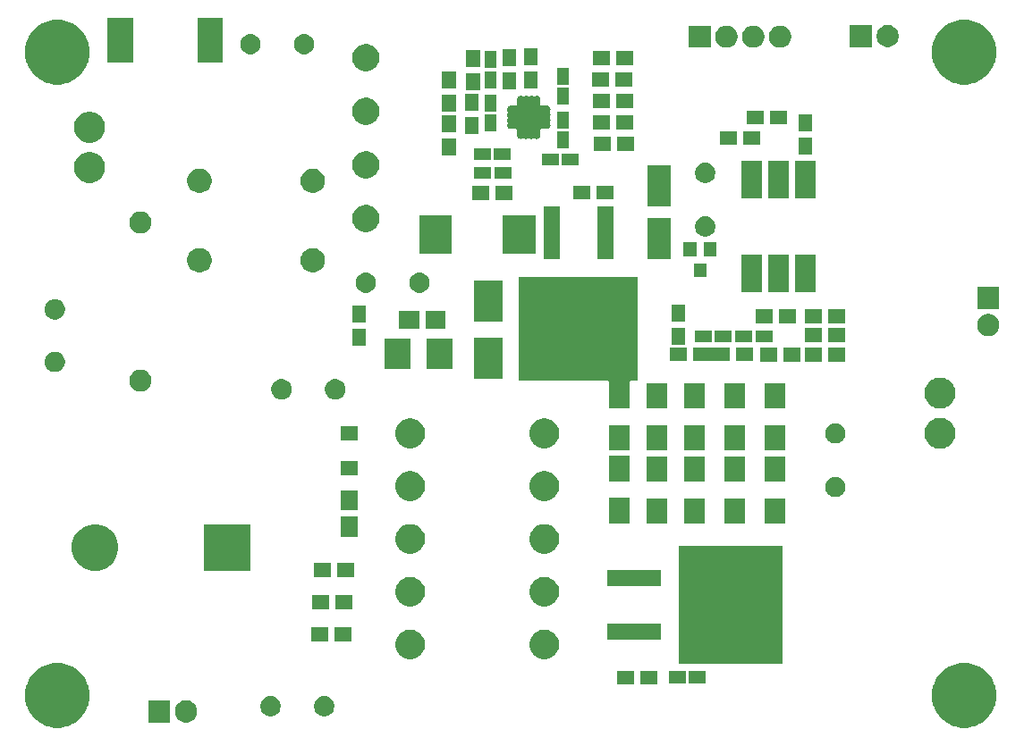
<source format=gbr>
G04 #@! TF.GenerationSoftware,KiCad,Pcbnew,(5.1.5)-3*
G04 #@! TF.CreationDate,2020-01-12T00:37:19-05:00*
G04 #@! TF.ProjectId,MAX17595_offline_20V_supply_v1,4d415831-3735-4393-955f-6f66666c696e,rev?*
G04 #@! TF.SameCoordinates,Original*
G04 #@! TF.FileFunction,Soldermask,Top*
G04 #@! TF.FilePolarity,Negative*
%FSLAX46Y46*%
G04 Gerber Fmt 4.6, Leading zero omitted, Abs format (unit mm)*
G04 Created by KiCad (PCBNEW (5.1.5)-3) date 2020-01-12 00:37:19*
%MOMM*%
%LPD*%
G04 APERTURE LIST*
%ADD10C,0.100000*%
G04 APERTURE END LIST*
D10*
G36*
X163741073Y-115072696D02*
G01*
X164214772Y-115166920D01*
X164493279Y-115282282D01*
X164771785Y-115397643D01*
X164771786Y-115397644D01*
X165273083Y-115732599D01*
X165699401Y-116158917D01*
X165923211Y-116493873D01*
X166034357Y-116660215D01*
X166149718Y-116938721D01*
X166265080Y-117217228D01*
X166382700Y-117808548D01*
X166382700Y-118411452D01*
X166265080Y-119002772D01*
X166210258Y-119135123D01*
X166034357Y-119559785D01*
X165923211Y-119726127D01*
X165699401Y-120061083D01*
X165273083Y-120487401D01*
X164974062Y-120687200D01*
X164771785Y-120822357D01*
X164493279Y-120937718D01*
X164214772Y-121053080D01*
X163741073Y-121147304D01*
X163623453Y-121170700D01*
X163020547Y-121170700D01*
X162902927Y-121147304D01*
X162429228Y-121053080D01*
X162150721Y-120937718D01*
X161872215Y-120822357D01*
X161669938Y-120687200D01*
X161370917Y-120487401D01*
X160944599Y-120061083D01*
X160720789Y-119726127D01*
X160609643Y-119559785D01*
X160433742Y-119135123D01*
X160378920Y-119002772D01*
X160261300Y-118411452D01*
X160261300Y-117808548D01*
X160378920Y-117217228D01*
X160494282Y-116938721D01*
X160609643Y-116660215D01*
X160720789Y-116493873D01*
X160944599Y-116158917D01*
X161370917Y-115732599D01*
X161872214Y-115397644D01*
X161872215Y-115397643D01*
X162150721Y-115282282D01*
X162429228Y-115166920D01*
X162902927Y-115072696D01*
X163020547Y-115049300D01*
X163623453Y-115049300D01*
X163741073Y-115072696D01*
G37*
G36*
X77889073Y-115072696D02*
G01*
X78362772Y-115166920D01*
X78641279Y-115282282D01*
X78919785Y-115397643D01*
X78919786Y-115397644D01*
X79421083Y-115732599D01*
X79847401Y-116158917D01*
X80071211Y-116493873D01*
X80182357Y-116660215D01*
X80297718Y-116938721D01*
X80413080Y-117217228D01*
X80530700Y-117808548D01*
X80530700Y-118411452D01*
X80413080Y-119002772D01*
X80358258Y-119135123D01*
X80182357Y-119559785D01*
X80071211Y-119726127D01*
X79847401Y-120061083D01*
X79421083Y-120487401D01*
X79122062Y-120687200D01*
X78919785Y-120822357D01*
X78641279Y-120937718D01*
X78362772Y-121053080D01*
X77889073Y-121147304D01*
X77771453Y-121170700D01*
X77168547Y-121170700D01*
X77050927Y-121147304D01*
X76577228Y-121053080D01*
X76298721Y-120937718D01*
X76020215Y-120822357D01*
X75817938Y-120687200D01*
X75518917Y-120487401D01*
X75092599Y-120061083D01*
X74868789Y-119726127D01*
X74757643Y-119559785D01*
X74581742Y-119135123D01*
X74526920Y-119002772D01*
X74409300Y-118411452D01*
X74409300Y-117808548D01*
X74526920Y-117217228D01*
X74642282Y-116938721D01*
X74757643Y-116660215D01*
X74868789Y-116493873D01*
X75092599Y-116158917D01*
X75518917Y-115732599D01*
X76020214Y-115397644D01*
X76020215Y-115397643D01*
X76298721Y-115282282D01*
X76577228Y-115166920D01*
X77050927Y-115072696D01*
X77168547Y-115049300D01*
X77771453Y-115049300D01*
X77889073Y-115072696D01*
G37*
G36*
X88175200Y-120687200D02*
G01*
X86068800Y-120687200D01*
X86068800Y-118580800D01*
X88175200Y-118580800D01*
X88175200Y-120687200D01*
G37*
G36*
X89969207Y-118621274D02*
G01*
X90160877Y-118700666D01*
X90333376Y-118815926D01*
X90480074Y-118962624D01*
X90595334Y-119135123D01*
X90674726Y-119326793D01*
X90715200Y-119530269D01*
X90715200Y-119737731D01*
X90674726Y-119941207D01*
X90595334Y-120132877D01*
X90480074Y-120305376D01*
X90333376Y-120452074D01*
X90160877Y-120567334D01*
X89969207Y-120646726D01*
X89765731Y-120687200D01*
X89558269Y-120687200D01*
X89354793Y-120646726D01*
X89163123Y-120567334D01*
X88990624Y-120452074D01*
X88843926Y-120305376D01*
X88728666Y-120132877D01*
X88649274Y-119941207D01*
X88608800Y-119737731D01*
X88608800Y-119530269D01*
X88649274Y-119326793D01*
X88728666Y-119135123D01*
X88843926Y-118962624D01*
X88990624Y-118815926D01*
X89163123Y-118700666D01*
X89354793Y-118621274D01*
X89558269Y-118580800D01*
X89765731Y-118580800D01*
X89969207Y-118621274D01*
G37*
G36*
X102875155Y-118168178D02*
G01*
X103024537Y-118197891D01*
X103089424Y-118224769D01*
X103200194Y-118270651D01*
X103358279Y-118376280D01*
X103492720Y-118510721D01*
X103598349Y-118668806D01*
X103611546Y-118700667D01*
X103671109Y-118844463D01*
X103708200Y-119030937D01*
X103708200Y-119221063D01*
X103671109Y-119407537D01*
X103644231Y-119472424D01*
X103598349Y-119583194D01*
X103492720Y-119741279D01*
X103358279Y-119875720D01*
X103200194Y-119981349D01*
X103089424Y-120027231D01*
X103024537Y-120054109D01*
X102875155Y-120083822D01*
X102838064Y-120091200D01*
X102647936Y-120091200D01*
X102610845Y-120083822D01*
X102461463Y-120054109D01*
X102396576Y-120027231D01*
X102285806Y-119981349D01*
X102127721Y-119875720D01*
X101993280Y-119741279D01*
X101887651Y-119583194D01*
X101841769Y-119472424D01*
X101814891Y-119407537D01*
X101777800Y-119221063D01*
X101777800Y-119030937D01*
X101814891Y-118844463D01*
X101874454Y-118700667D01*
X101887651Y-118668806D01*
X101993280Y-118510721D01*
X102127721Y-118376280D01*
X102285806Y-118270651D01*
X102396576Y-118224769D01*
X102461463Y-118197891D01*
X102610845Y-118168178D01*
X102647936Y-118160800D01*
X102838064Y-118160800D01*
X102875155Y-118168178D01*
G37*
G36*
X97795155Y-118168178D02*
G01*
X97944537Y-118197891D01*
X98009424Y-118224769D01*
X98120194Y-118270651D01*
X98278279Y-118376280D01*
X98412720Y-118510721D01*
X98518349Y-118668806D01*
X98531546Y-118700667D01*
X98591109Y-118844463D01*
X98628200Y-119030937D01*
X98628200Y-119221063D01*
X98591109Y-119407537D01*
X98564231Y-119472424D01*
X98518349Y-119583194D01*
X98412720Y-119741279D01*
X98278279Y-119875720D01*
X98120194Y-119981349D01*
X98009424Y-120027231D01*
X97944537Y-120054109D01*
X97795155Y-120083822D01*
X97758064Y-120091200D01*
X97567936Y-120091200D01*
X97530845Y-120083822D01*
X97381463Y-120054109D01*
X97316576Y-120027231D01*
X97205806Y-119981349D01*
X97047721Y-119875720D01*
X96913280Y-119741279D01*
X96807651Y-119583194D01*
X96761769Y-119472424D01*
X96734891Y-119407537D01*
X96697800Y-119221063D01*
X96697800Y-119030937D01*
X96734891Y-118844463D01*
X96794454Y-118700667D01*
X96807651Y-118668806D01*
X96913280Y-118510721D01*
X97047721Y-118376280D01*
X97205806Y-118270651D01*
X97316576Y-118224769D01*
X97381463Y-118197891D01*
X97530845Y-118168178D01*
X97567936Y-118160800D01*
X97758064Y-118160800D01*
X97795155Y-118168178D01*
G37*
G36*
X134280200Y-117061400D02*
G01*
X132673800Y-117061400D01*
X132673800Y-115755000D01*
X134280200Y-115755000D01*
X134280200Y-117061400D01*
G37*
G36*
X132080200Y-117061400D02*
G01*
X130473800Y-117061400D01*
X130473800Y-115755000D01*
X132080200Y-115755000D01*
X132080200Y-117061400D01*
G37*
G36*
X136952200Y-116986400D02*
G01*
X135345800Y-116986400D01*
X135345800Y-115830000D01*
X136952200Y-115830000D01*
X136952200Y-116986400D01*
G37*
G36*
X138852200Y-116986400D02*
G01*
X137245800Y-116986400D01*
X137245800Y-115830000D01*
X138852200Y-115830000D01*
X138852200Y-116986400D01*
G37*
G36*
X146133200Y-115153400D02*
G01*
X136326800Y-115153400D01*
X136326800Y-103947000D01*
X146133200Y-103947000D01*
X146133200Y-115153400D01*
G37*
G36*
X123982194Y-111928474D02*
G01*
X124238743Y-112034740D01*
X124469631Y-112189014D01*
X124665986Y-112385369D01*
X124820260Y-112616257D01*
X124926526Y-112872806D01*
X124980700Y-113145157D01*
X124980700Y-113422843D01*
X124926526Y-113695194D01*
X124820260Y-113951743D01*
X124665986Y-114182631D01*
X124469631Y-114378986D01*
X124238743Y-114533260D01*
X123982194Y-114639526D01*
X123709843Y-114693700D01*
X123432157Y-114693700D01*
X123159806Y-114639526D01*
X122903257Y-114533260D01*
X122672369Y-114378986D01*
X122476014Y-114182631D01*
X122321740Y-113951743D01*
X122215474Y-113695194D01*
X122161300Y-113422843D01*
X122161300Y-113145157D01*
X122215474Y-112872806D01*
X122321740Y-112616257D01*
X122476014Y-112385369D01*
X122672369Y-112189014D01*
X122903257Y-112034740D01*
X123159806Y-111928474D01*
X123432157Y-111874300D01*
X123709843Y-111874300D01*
X123982194Y-111928474D01*
G37*
G36*
X111282194Y-111928474D02*
G01*
X111538743Y-112034740D01*
X111769631Y-112189014D01*
X111965986Y-112385369D01*
X112120260Y-112616257D01*
X112226526Y-112872806D01*
X112280700Y-113145157D01*
X112280700Y-113422843D01*
X112226526Y-113695194D01*
X112120260Y-113951743D01*
X111965986Y-114182631D01*
X111769631Y-114378986D01*
X111538743Y-114533260D01*
X111282194Y-114639526D01*
X111009843Y-114693700D01*
X110732157Y-114693700D01*
X110459806Y-114639526D01*
X110203257Y-114533260D01*
X109972369Y-114378986D01*
X109776014Y-114182631D01*
X109621740Y-113951743D01*
X109515474Y-113695194D01*
X109461300Y-113422843D01*
X109461300Y-113145157D01*
X109515474Y-112872806D01*
X109621740Y-112616257D01*
X109776014Y-112385369D01*
X109972369Y-112189014D01*
X110203257Y-112034740D01*
X110459806Y-111928474D01*
X110732157Y-111874300D01*
X111009843Y-111874300D01*
X111282194Y-111928474D01*
G37*
G36*
X105357400Y-112972000D02*
G01*
X103751000Y-112972000D01*
X103751000Y-111665600D01*
X105357400Y-111665600D01*
X105357400Y-112972000D01*
G37*
G36*
X103157400Y-112972000D02*
G01*
X101551000Y-112972000D01*
X101551000Y-111665600D01*
X103157400Y-111665600D01*
X103157400Y-112972000D01*
G37*
G36*
X134583200Y-112843400D02*
G01*
X129576800Y-112843400D01*
X129576800Y-111337000D01*
X134583200Y-111337000D01*
X134583200Y-112843400D01*
G37*
G36*
X105388399Y-109929999D02*
G01*
X103781999Y-109929999D01*
X103781999Y-108623599D01*
X105388399Y-108623599D01*
X105388399Y-109929999D01*
G37*
G36*
X103188399Y-109929999D02*
G01*
X101581999Y-109929999D01*
X101581999Y-108623599D01*
X103188399Y-108623599D01*
X103188399Y-109929999D01*
G37*
G36*
X123982194Y-106924674D02*
G01*
X124238743Y-107030940D01*
X124469631Y-107185214D01*
X124665986Y-107381569D01*
X124820260Y-107612457D01*
X124926526Y-107869006D01*
X124980700Y-108141357D01*
X124980700Y-108419043D01*
X124926526Y-108691394D01*
X124820260Y-108947943D01*
X124665986Y-109178831D01*
X124469631Y-109375186D01*
X124238743Y-109529460D01*
X123982194Y-109635726D01*
X123709843Y-109689900D01*
X123432157Y-109689900D01*
X123159806Y-109635726D01*
X122903257Y-109529460D01*
X122672369Y-109375186D01*
X122476014Y-109178831D01*
X122321740Y-108947943D01*
X122215474Y-108691394D01*
X122161300Y-108419043D01*
X122161300Y-108141357D01*
X122215474Y-107869006D01*
X122321740Y-107612457D01*
X122476014Y-107381569D01*
X122672369Y-107185214D01*
X122903257Y-107030940D01*
X123159806Y-106924674D01*
X123432157Y-106870500D01*
X123709843Y-106870500D01*
X123982194Y-106924674D01*
G37*
G36*
X111282194Y-106924674D02*
G01*
X111538743Y-107030940D01*
X111769631Y-107185214D01*
X111965986Y-107381569D01*
X112120260Y-107612457D01*
X112226526Y-107869006D01*
X112280700Y-108141357D01*
X112280700Y-108419043D01*
X112226526Y-108691394D01*
X112120260Y-108947943D01*
X111965986Y-109178831D01*
X111769631Y-109375186D01*
X111538743Y-109529460D01*
X111282194Y-109635726D01*
X111009843Y-109689900D01*
X110732157Y-109689900D01*
X110459806Y-109635726D01*
X110203257Y-109529460D01*
X109972369Y-109375186D01*
X109776014Y-109178831D01*
X109621740Y-108947943D01*
X109515474Y-108691394D01*
X109461300Y-108419043D01*
X109461300Y-108141357D01*
X109515474Y-107869006D01*
X109621740Y-107612457D01*
X109776014Y-107381569D01*
X109972369Y-107185214D01*
X110203257Y-107030940D01*
X110459806Y-106924674D01*
X110732157Y-106870500D01*
X111009843Y-106870500D01*
X111282194Y-106924674D01*
G37*
G36*
X134583200Y-107763400D02*
G01*
X129576800Y-107763400D01*
X129576800Y-106257000D01*
X134583200Y-106257000D01*
X134583200Y-107763400D01*
G37*
G36*
X103411400Y-106876000D02*
G01*
X101805000Y-106876000D01*
X101805000Y-105569600D01*
X103411400Y-105569600D01*
X103411400Y-106876000D01*
G37*
G36*
X105611400Y-106876000D02*
G01*
X104005000Y-106876000D01*
X104005000Y-105569600D01*
X105611400Y-105569600D01*
X105611400Y-106876000D01*
G37*
G36*
X81691650Y-101971468D02*
G01*
X82092605Y-102137549D01*
X82453458Y-102378663D01*
X82760337Y-102685542D01*
X83001451Y-103046395D01*
X83167532Y-103447350D01*
X83252200Y-103873004D01*
X83252200Y-104306996D01*
X83167532Y-104732650D01*
X83001451Y-105133605D01*
X82760337Y-105494458D01*
X82453458Y-105801337D01*
X82092605Y-106042451D01*
X81691650Y-106208532D01*
X81265996Y-106293200D01*
X80832004Y-106293200D01*
X80406350Y-106208532D01*
X80005395Y-106042451D01*
X79644542Y-105801337D01*
X79337663Y-105494458D01*
X79096549Y-105133605D01*
X78930468Y-104732650D01*
X78845800Y-104306996D01*
X78845800Y-103873004D01*
X78930468Y-103447350D01*
X79096549Y-103046395D01*
X79337663Y-102685542D01*
X79644542Y-102378663D01*
X80005395Y-102137549D01*
X80406350Y-101971468D01*
X80832004Y-101886800D01*
X81265996Y-101886800D01*
X81691650Y-101971468D01*
G37*
G36*
X95752200Y-106293200D02*
G01*
X91345800Y-106293200D01*
X91345800Y-101886800D01*
X95752200Y-101886800D01*
X95752200Y-106293200D01*
G37*
G36*
X123982194Y-101920874D02*
G01*
X124238743Y-102027140D01*
X124469631Y-102181414D01*
X124665986Y-102377769D01*
X124820260Y-102608657D01*
X124926526Y-102865206D01*
X124980700Y-103137557D01*
X124980700Y-103415243D01*
X124926526Y-103687594D01*
X124820260Y-103944143D01*
X124665986Y-104175031D01*
X124469631Y-104371386D01*
X124238743Y-104525660D01*
X123982194Y-104631926D01*
X123709843Y-104686100D01*
X123432157Y-104686100D01*
X123159806Y-104631926D01*
X122903257Y-104525660D01*
X122672369Y-104371386D01*
X122476014Y-104175031D01*
X122321740Y-103944143D01*
X122215474Y-103687594D01*
X122161300Y-103415243D01*
X122161300Y-103137557D01*
X122215474Y-102865206D01*
X122321740Y-102608657D01*
X122476014Y-102377769D01*
X122672369Y-102181414D01*
X122903257Y-102027140D01*
X123159806Y-101920874D01*
X123432157Y-101866700D01*
X123709843Y-101866700D01*
X123982194Y-101920874D01*
G37*
G36*
X111282194Y-101920874D02*
G01*
X111538743Y-102027140D01*
X111769631Y-102181414D01*
X111965986Y-102377769D01*
X112120260Y-102608657D01*
X112226526Y-102865206D01*
X112280700Y-103137557D01*
X112280700Y-103415243D01*
X112226526Y-103687594D01*
X112120260Y-103944143D01*
X111965986Y-104175031D01*
X111769631Y-104371386D01*
X111538743Y-104525660D01*
X111282194Y-104631926D01*
X111009843Y-104686100D01*
X110732157Y-104686100D01*
X110459806Y-104631926D01*
X110203257Y-104525660D01*
X109972369Y-104371386D01*
X109776014Y-104175031D01*
X109621740Y-103944143D01*
X109515474Y-103687594D01*
X109461300Y-103415243D01*
X109461300Y-103137557D01*
X109515474Y-102865206D01*
X109621740Y-102608657D01*
X109776014Y-102377769D01*
X109972369Y-102181414D01*
X110203257Y-102027140D01*
X110459806Y-101920874D01*
X110732157Y-101866700D01*
X111009843Y-101866700D01*
X111282194Y-101920874D01*
G37*
G36*
X105933400Y-103072000D02*
G01*
X104277000Y-103072000D01*
X104277000Y-101165600D01*
X105933400Y-101165600D01*
X105933400Y-103072000D01*
G37*
G36*
X146418200Y-101838000D02*
G01*
X144411800Y-101838000D01*
X144411800Y-99431600D01*
X146418200Y-99431600D01*
X146418200Y-101838000D01*
G37*
G36*
X142608200Y-101838000D02*
G01*
X140601800Y-101838000D01*
X140601800Y-99431600D01*
X142608200Y-99431600D01*
X142608200Y-101838000D01*
G37*
G36*
X138798200Y-101838000D02*
G01*
X136791800Y-101838000D01*
X136791800Y-99431600D01*
X138798200Y-99431600D01*
X138798200Y-101838000D01*
G37*
G36*
X135242200Y-101838000D02*
G01*
X133235800Y-101838000D01*
X133235800Y-99431600D01*
X135242200Y-99431600D01*
X135242200Y-101838000D01*
G37*
G36*
X131686200Y-101806000D02*
G01*
X129679800Y-101806000D01*
X129679800Y-99399600D01*
X131686200Y-99399600D01*
X131686200Y-101806000D01*
G37*
G36*
X105933400Y-100572000D02*
G01*
X104277000Y-100572000D01*
X104277000Y-98665600D01*
X105933400Y-98665600D01*
X105933400Y-100572000D01*
G37*
G36*
X111282194Y-96917074D02*
G01*
X111538743Y-97023340D01*
X111769631Y-97177614D01*
X111965986Y-97373969D01*
X112120260Y-97604857D01*
X112226526Y-97861406D01*
X112280700Y-98133757D01*
X112280700Y-98411443D01*
X112226526Y-98683794D01*
X112120260Y-98940343D01*
X111965986Y-99171231D01*
X111769631Y-99367586D01*
X111538743Y-99521860D01*
X111282194Y-99628126D01*
X111009843Y-99682300D01*
X110732157Y-99682300D01*
X110459806Y-99628126D01*
X110203257Y-99521860D01*
X109972369Y-99367586D01*
X109776014Y-99171231D01*
X109621740Y-98940343D01*
X109515474Y-98683794D01*
X109461300Y-98411443D01*
X109461300Y-98133757D01*
X109515474Y-97861406D01*
X109621740Y-97604857D01*
X109776014Y-97373969D01*
X109972369Y-97177614D01*
X110203257Y-97023340D01*
X110459806Y-96917074D01*
X110732157Y-96862900D01*
X111009843Y-96862900D01*
X111282194Y-96917074D01*
G37*
G36*
X123982194Y-96917074D02*
G01*
X124238743Y-97023340D01*
X124469631Y-97177614D01*
X124665986Y-97373969D01*
X124820260Y-97604857D01*
X124926526Y-97861406D01*
X124980700Y-98133757D01*
X124980700Y-98411443D01*
X124926526Y-98683794D01*
X124820260Y-98940343D01*
X124665986Y-99171231D01*
X124469631Y-99367586D01*
X124238743Y-99521860D01*
X123982194Y-99628126D01*
X123709843Y-99682300D01*
X123432157Y-99682300D01*
X123159806Y-99628126D01*
X122903257Y-99521860D01*
X122672369Y-99367586D01*
X122476014Y-99171231D01*
X122321740Y-98940343D01*
X122215474Y-98683794D01*
X122161300Y-98411443D01*
X122161300Y-98133757D01*
X122215474Y-97861406D01*
X122321740Y-97604857D01*
X122476014Y-97373969D01*
X122672369Y-97177614D01*
X122903257Y-97023340D01*
X123159806Y-96917074D01*
X123432157Y-96862900D01*
X123709843Y-96862900D01*
X123982194Y-96917074D01*
G37*
G36*
X151262155Y-97390978D02*
G01*
X151411537Y-97420691D01*
X151476424Y-97447569D01*
X151587194Y-97493451D01*
X151745279Y-97599080D01*
X151879720Y-97733521D01*
X151985349Y-97891606D01*
X152031231Y-98002376D01*
X152058109Y-98067263D01*
X152095200Y-98253737D01*
X152095200Y-98443863D01*
X152058109Y-98630337D01*
X152031231Y-98695224D01*
X151985349Y-98805994D01*
X151879720Y-98964079D01*
X151745279Y-99098520D01*
X151587194Y-99204149D01*
X151476424Y-99250031D01*
X151411537Y-99276909D01*
X151262155Y-99306622D01*
X151225064Y-99314000D01*
X151034936Y-99314000D01*
X150997845Y-99306622D01*
X150848463Y-99276909D01*
X150783576Y-99250031D01*
X150672806Y-99204149D01*
X150514721Y-99098520D01*
X150380280Y-98964079D01*
X150274651Y-98805994D01*
X150228769Y-98695224D01*
X150201891Y-98630337D01*
X150164800Y-98443863D01*
X150164800Y-98253737D01*
X150201891Y-98067263D01*
X150228769Y-98002376D01*
X150274651Y-97891606D01*
X150380280Y-97733521D01*
X150514721Y-97599080D01*
X150672806Y-97493451D01*
X150783576Y-97447569D01*
X150848463Y-97420691D01*
X150997845Y-97390978D01*
X151034936Y-97383600D01*
X151225064Y-97383600D01*
X151262155Y-97390978D01*
G37*
G36*
X138798200Y-97838000D02*
G01*
X136791800Y-97838000D01*
X136791800Y-95431600D01*
X138798200Y-95431600D01*
X138798200Y-97838000D01*
G37*
G36*
X146418200Y-97838000D02*
G01*
X144411800Y-97838000D01*
X144411800Y-95431600D01*
X146418200Y-95431600D01*
X146418200Y-97838000D01*
G37*
G36*
X142608200Y-97838000D02*
G01*
X140601800Y-97838000D01*
X140601800Y-95431600D01*
X142608200Y-95431600D01*
X142608200Y-97838000D01*
G37*
G36*
X135242200Y-97838000D02*
G01*
X133235800Y-97838000D01*
X133235800Y-95431600D01*
X135242200Y-95431600D01*
X135242200Y-97838000D01*
G37*
G36*
X131686200Y-97806000D02*
G01*
X129679800Y-97806000D01*
X129679800Y-95399600D01*
X131686200Y-95399600D01*
X131686200Y-97806000D01*
G37*
G36*
X105908400Y-97222000D02*
G01*
X104302000Y-97222000D01*
X104302000Y-95915600D01*
X105908400Y-95915600D01*
X105908400Y-97222000D01*
G37*
G36*
X138798200Y-94916000D02*
G01*
X136791800Y-94916000D01*
X136791800Y-92509600D01*
X138798200Y-92509600D01*
X138798200Y-94916000D01*
G37*
G36*
X146418200Y-94916000D02*
G01*
X144411800Y-94916000D01*
X144411800Y-92509600D01*
X146418200Y-92509600D01*
X146418200Y-94916000D01*
G37*
G36*
X142608200Y-94916000D02*
G01*
X140601800Y-94916000D01*
X140601800Y-92509600D01*
X142608200Y-92509600D01*
X142608200Y-94916000D01*
G37*
G36*
X135242200Y-94916000D02*
G01*
X133235800Y-94916000D01*
X133235800Y-92509600D01*
X135242200Y-92509600D01*
X135242200Y-94916000D01*
G37*
G36*
X131686200Y-94916000D02*
G01*
X129679800Y-94916000D01*
X129679800Y-92509600D01*
X131686200Y-92509600D01*
X131686200Y-94916000D01*
G37*
G36*
X161237711Y-91806861D02*
G01*
X161465716Y-91852213D01*
X161599770Y-91907741D01*
X161733822Y-91963267D01*
X161733823Y-91963268D01*
X161975111Y-92124491D01*
X162180309Y-92329689D01*
X162236277Y-92413452D01*
X162341533Y-92570978D01*
X162452587Y-92839084D01*
X162509200Y-93123703D01*
X162509200Y-93413897D01*
X162452587Y-93698516D01*
X162441205Y-93725994D01*
X162341533Y-93966622D01*
X162341532Y-93966623D01*
X162180309Y-94207911D01*
X161975111Y-94413109D01*
X161818040Y-94518060D01*
X161733822Y-94574333D01*
X161465716Y-94685387D01*
X161237711Y-94730739D01*
X161181098Y-94742000D01*
X160890902Y-94742000D01*
X160834289Y-94730739D01*
X160606284Y-94685387D01*
X160338178Y-94574333D01*
X160253960Y-94518060D01*
X160096889Y-94413109D01*
X159891691Y-94207911D01*
X159730468Y-93966623D01*
X159730467Y-93966622D01*
X159630795Y-93725994D01*
X159619413Y-93698516D01*
X159562800Y-93413897D01*
X159562800Y-93123703D01*
X159619413Y-92839084D01*
X159730467Y-92570978D01*
X159835723Y-92413452D01*
X159891691Y-92329689D01*
X160096889Y-92124491D01*
X160338177Y-91963268D01*
X160338178Y-91963267D01*
X160472230Y-91907741D01*
X160606284Y-91852213D01*
X160834289Y-91806861D01*
X160890902Y-91795600D01*
X161181098Y-91795600D01*
X161237711Y-91806861D01*
G37*
G36*
X123982194Y-91913274D02*
G01*
X124238743Y-92019540D01*
X124469631Y-92173814D01*
X124665986Y-92370169D01*
X124820260Y-92601057D01*
X124926526Y-92857606D01*
X124980700Y-93129957D01*
X124980700Y-93407643D01*
X124926526Y-93679994D01*
X124820260Y-93936543D01*
X124665986Y-94167431D01*
X124469631Y-94363786D01*
X124238743Y-94518060D01*
X123982194Y-94624326D01*
X123709843Y-94678500D01*
X123432157Y-94678500D01*
X123159806Y-94624326D01*
X122903257Y-94518060D01*
X122672369Y-94363786D01*
X122476014Y-94167431D01*
X122321740Y-93936543D01*
X122215474Y-93679994D01*
X122161300Y-93407643D01*
X122161300Y-93129957D01*
X122215474Y-92857606D01*
X122321740Y-92601057D01*
X122476014Y-92370169D01*
X122672369Y-92173814D01*
X122903257Y-92019540D01*
X123159806Y-91913274D01*
X123432157Y-91859100D01*
X123709843Y-91859100D01*
X123982194Y-91913274D01*
G37*
G36*
X111282194Y-91913274D02*
G01*
X111538743Y-92019540D01*
X111769631Y-92173814D01*
X111965986Y-92370169D01*
X112120260Y-92601057D01*
X112226526Y-92857606D01*
X112280700Y-93129957D01*
X112280700Y-93407643D01*
X112226526Y-93679994D01*
X112120260Y-93936543D01*
X111965986Y-94167431D01*
X111769631Y-94363786D01*
X111538743Y-94518060D01*
X111282194Y-94624326D01*
X111009843Y-94678500D01*
X110732157Y-94678500D01*
X110459806Y-94624326D01*
X110203257Y-94518060D01*
X109972369Y-94363786D01*
X109776014Y-94167431D01*
X109621740Y-93936543D01*
X109515474Y-93679994D01*
X109461300Y-93407643D01*
X109461300Y-93129957D01*
X109515474Y-92857606D01*
X109621740Y-92601057D01*
X109776014Y-92370169D01*
X109972369Y-92173814D01*
X110203257Y-92019540D01*
X110459806Y-91913274D01*
X110732157Y-91859100D01*
X111009843Y-91859100D01*
X111282194Y-91913274D01*
G37*
G36*
X151262155Y-92310978D02*
G01*
X151411537Y-92340691D01*
X151476424Y-92367569D01*
X151587194Y-92413451D01*
X151745279Y-92519080D01*
X151879720Y-92653521D01*
X151985349Y-92811606D01*
X152031231Y-92922376D01*
X152058109Y-92987263D01*
X152095200Y-93173737D01*
X152095200Y-93363863D01*
X152058109Y-93550337D01*
X152031231Y-93615224D01*
X151985349Y-93725994D01*
X151879720Y-93884079D01*
X151745279Y-94018520D01*
X151587194Y-94124149D01*
X151482702Y-94167431D01*
X151411537Y-94196909D01*
X151262155Y-94226622D01*
X151225064Y-94234000D01*
X151034936Y-94234000D01*
X150997845Y-94226622D01*
X150848463Y-94196909D01*
X150777298Y-94167431D01*
X150672806Y-94124149D01*
X150514721Y-94018520D01*
X150380280Y-93884079D01*
X150274651Y-93725994D01*
X150228769Y-93615224D01*
X150201891Y-93550337D01*
X150164800Y-93363863D01*
X150164800Y-93173737D01*
X150201891Y-92987263D01*
X150228769Y-92922376D01*
X150274651Y-92811606D01*
X150380280Y-92653521D01*
X150514721Y-92519080D01*
X150672806Y-92413451D01*
X150783576Y-92367569D01*
X150848463Y-92340691D01*
X150997845Y-92310978D01*
X151034936Y-92303600D01*
X151225064Y-92303600D01*
X151262155Y-92310978D01*
G37*
G36*
X105908400Y-93922000D02*
G01*
X104302000Y-93922000D01*
X104302000Y-92615600D01*
X105908400Y-92615600D01*
X105908400Y-93922000D01*
G37*
G36*
X161237711Y-87996861D02*
G01*
X161465716Y-88042213D01*
X161599770Y-88097741D01*
X161733822Y-88153267D01*
X161766484Y-88175091D01*
X161975111Y-88314491D01*
X162180309Y-88519689D01*
X162264711Y-88646006D01*
X162341533Y-88760978D01*
X162452587Y-89029084D01*
X162509200Y-89313703D01*
X162509200Y-89603897D01*
X162452587Y-89888516D01*
X162423578Y-89958548D01*
X162341533Y-90156622D01*
X162341532Y-90156623D01*
X162180309Y-90397911D01*
X161975111Y-90603109D01*
X161813887Y-90710835D01*
X161733822Y-90764333D01*
X161465716Y-90875387D01*
X161261536Y-90916000D01*
X161181098Y-90932000D01*
X160890902Y-90932000D01*
X160810464Y-90916000D01*
X160606284Y-90875387D01*
X160338178Y-90764333D01*
X160258113Y-90710835D01*
X160096889Y-90603109D01*
X159891691Y-90397911D01*
X159730468Y-90156623D01*
X159730467Y-90156622D01*
X159648422Y-89958548D01*
X159619413Y-89888516D01*
X159562800Y-89603897D01*
X159562800Y-89313703D01*
X159619413Y-89029084D01*
X159730467Y-88760978D01*
X159807289Y-88646006D01*
X159891691Y-88519689D01*
X160096889Y-88314491D01*
X160305516Y-88175091D01*
X160338178Y-88153267D01*
X160472230Y-88097741D01*
X160606284Y-88042213D01*
X160834289Y-87996861D01*
X160890902Y-87985600D01*
X161181098Y-87985600D01*
X161237711Y-87996861D01*
G37*
G36*
X132400000Y-88288200D02*
G01*
X131813199Y-88288200D01*
X131788423Y-88290640D01*
X131764599Y-88297867D01*
X131742642Y-88309603D01*
X131723397Y-88325397D01*
X131707603Y-88344642D01*
X131695867Y-88366599D01*
X131688640Y-88390423D01*
X131686200Y-88415199D01*
X131686200Y-90916000D01*
X129679800Y-90916000D01*
X129679800Y-88415199D01*
X129677360Y-88390423D01*
X129670133Y-88366599D01*
X129658397Y-88344642D01*
X129642603Y-88325397D01*
X129623358Y-88309603D01*
X129601401Y-88297867D01*
X129577577Y-88290640D01*
X129552801Y-88288200D01*
X121193600Y-88288200D01*
X121193600Y-78481800D01*
X132400000Y-78481800D01*
X132400000Y-88288200D01*
G37*
G36*
X135242200Y-90916000D02*
G01*
X133235800Y-90916000D01*
X133235800Y-88509600D01*
X135242200Y-88509600D01*
X135242200Y-90916000D01*
G37*
G36*
X138798200Y-90916000D02*
G01*
X136791800Y-90916000D01*
X136791800Y-88509600D01*
X138798200Y-88509600D01*
X138798200Y-90916000D01*
G37*
G36*
X142608200Y-90916000D02*
G01*
X140601800Y-90916000D01*
X140601800Y-88509600D01*
X142608200Y-88509600D01*
X142608200Y-90916000D01*
G37*
G36*
X146418200Y-90916000D02*
G01*
X144411800Y-90916000D01*
X144411800Y-88509600D01*
X146418200Y-88509600D01*
X146418200Y-90916000D01*
G37*
G36*
X98836555Y-88145378D02*
G01*
X98985937Y-88175091D01*
X99050824Y-88201969D01*
X99161594Y-88247851D01*
X99319679Y-88353480D01*
X99454120Y-88487921D01*
X99559749Y-88646006D01*
X99603765Y-88752271D01*
X99632509Y-88821663D01*
X99669600Y-89008137D01*
X99669600Y-89198263D01*
X99632509Y-89384737D01*
X99605631Y-89449624D01*
X99559749Y-89560394D01*
X99454120Y-89718479D01*
X99319679Y-89852920D01*
X99161594Y-89958549D01*
X99050824Y-90004431D01*
X98985937Y-90031309D01*
X98836555Y-90061022D01*
X98799464Y-90068400D01*
X98609336Y-90068400D01*
X98572245Y-90061022D01*
X98422863Y-90031309D01*
X98357976Y-90004431D01*
X98247206Y-89958549D01*
X98089121Y-89852920D01*
X97954680Y-89718479D01*
X97849051Y-89560394D01*
X97803169Y-89449624D01*
X97776291Y-89384737D01*
X97739200Y-89198263D01*
X97739200Y-89008137D01*
X97776291Y-88821663D01*
X97805035Y-88752271D01*
X97849051Y-88646006D01*
X97954680Y-88487921D01*
X98089121Y-88353480D01*
X98247206Y-88247851D01*
X98357976Y-88201969D01*
X98422863Y-88175091D01*
X98572245Y-88145378D01*
X98609336Y-88138000D01*
X98799464Y-88138000D01*
X98836555Y-88145378D01*
G37*
G36*
X103916555Y-88145378D02*
G01*
X104065937Y-88175091D01*
X104130824Y-88201969D01*
X104241594Y-88247851D01*
X104399679Y-88353480D01*
X104534120Y-88487921D01*
X104639749Y-88646006D01*
X104683765Y-88752271D01*
X104712509Y-88821663D01*
X104749600Y-89008137D01*
X104749600Y-89198263D01*
X104712509Y-89384737D01*
X104685631Y-89449624D01*
X104639749Y-89560394D01*
X104534120Y-89718479D01*
X104399679Y-89852920D01*
X104241594Y-89958549D01*
X104130824Y-90004431D01*
X104065937Y-90031309D01*
X103916555Y-90061022D01*
X103879464Y-90068400D01*
X103689336Y-90068400D01*
X103652245Y-90061022D01*
X103502863Y-90031309D01*
X103437976Y-90004431D01*
X103327206Y-89958549D01*
X103169121Y-89852920D01*
X103034680Y-89718479D01*
X102929051Y-89560394D01*
X102883169Y-89449624D01*
X102856291Y-89384737D01*
X102819200Y-89198263D01*
X102819200Y-89008137D01*
X102856291Y-88821663D01*
X102885035Y-88752271D01*
X102929051Y-88646006D01*
X103034680Y-88487921D01*
X103169121Y-88353480D01*
X103327206Y-88247851D01*
X103437976Y-88201969D01*
X103502863Y-88175091D01*
X103652245Y-88145378D01*
X103689336Y-88138000D01*
X103879464Y-88138000D01*
X103916555Y-88145378D01*
G37*
G36*
X85644061Y-87275833D02*
G01*
X85831272Y-87353378D01*
X85999758Y-87465957D01*
X86143043Y-87609242D01*
X86255622Y-87777728D01*
X86333167Y-87964939D01*
X86372700Y-88163682D01*
X86372700Y-88366318D01*
X86333167Y-88565061D01*
X86255622Y-88752272D01*
X86143043Y-88920758D01*
X85999758Y-89064043D01*
X85831272Y-89176622D01*
X85644061Y-89254167D01*
X85445318Y-89293700D01*
X85242682Y-89293700D01*
X85043939Y-89254167D01*
X84856728Y-89176622D01*
X84688242Y-89064043D01*
X84544957Y-88920758D01*
X84432378Y-88752272D01*
X84354833Y-88565061D01*
X84315300Y-88366318D01*
X84315300Y-88163682D01*
X84354833Y-87964939D01*
X84432378Y-87777728D01*
X84544957Y-87609242D01*
X84688242Y-87465957D01*
X84856728Y-87353378D01*
X85043939Y-87275833D01*
X85242682Y-87236300D01*
X85445318Y-87236300D01*
X85644061Y-87275833D01*
G37*
G36*
X119666400Y-88125200D02*
G01*
X116960000Y-88125200D01*
X116960000Y-84218800D01*
X119666400Y-84218800D01*
X119666400Y-88125200D01*
G37*
G36*
X77373155Y-85541878D02*
G01*
X77522537Y-85571591D01*
X77587424Y-85598469D01*
X77698194Y-85644351D01*
X77856279Y-85749980D01*
X77990720Y-85884421D01*
X78096349Y-86042506D01*
X78142231Y-86153276D01*
X78169109Y-86218163D01*
X78206200Y-86404637D01*
X78206200Y-86594763D01*
X78169109Y-86781237D01*
X78142231Y-86846124D01*
X78096349Y-86956894D01*
X77990720Y-87114979D01*
X77856279Y-87249420D01*
X77698194Y-87355049D01*
X77587424Y-87400931D01*
X77522537Y-87427809D01*
X77373155Y-87457522D01*
X77336064Y-87464900D01*
X77145936Y-87464900D01*
X77108845Y-87457522D01*
X76959463Y-87427809D01*
X76894576Y-87400931D01*
X76783806Y-87355049D01*
X76625721Y-87249420D01*
X76491280Y-87114979D01*
X76385651Y-86956894D01*
X76339769Y-86846124D01*
X76312891Y-86781237D01*
X76275800Y-86594763D01*
X76275800Y-86404637D01*
X76312891Y-86218163D01*
X76339769Y-86153276D01*
X76385651Y-86042506D01*
X76491280Y-85884421D01*
X76625721Y-85749980D01*
X76783806Y-85644351D01*
X76894576Y-85598469D01*
X76959463Y-85571591D01*
X77108845Y-85541878D01*
X77145936Y-85534500D01*
X77336064Y-85534500D01*
X77373155Y-85541878D01*
G37*
G36*
X110880400Y-87203600D02*
G01*
X108474000Y-87203600D01*
X108474000Y-84297200D01*
X110880400Y-84297200D01*
X110880400Y-87203600D01*
G37*
G36*
X114880400Y-87203600D02*
G01*
X112474000Y-87203600D01*
X112474000Y-84297200D01*
X114880400Y-84297200D01*
X114880400Y-87203600D01*
G37*
G36*
X152029900Y-86467100D02*
G01*
X150423500Y-86467100D01*
X150423500Y-85160700D01*
X152029900Y-85160700D01*
X152029900Y-86467100D01*
G37*
G36*
X149829900Y-86467100D02*
G01*
X148223500Y-86467100D01*
X148223500Y-85160700D01*
X149829900Y-85160700D01*
X149829900Y-86467100D01*
G37*
G36*
X147795900Y-86467100D02*
G01*
X146189500Y-86467100D01*
X146189500Y-85160700D01*
X147795900Y-85160700D01*
X147795900Y-86467100D01*
G37*
G36*
X145595900Y-86467100D02*
G01*
X143989500Y-86467100D01*
X143989500Y-85160700D01*
X145595900Y-85160700D01*
X145595900Y-86467100D01*
G37*
G36*
X137084000Y-86454400D02*
G01*
X135477600Y-86454400D01*
X135477600Y-85148000D01*
X137084000Y-85148000D01*
X137084000Y-86454400D01*
G37*
G36*
X141097200Y-86454400D02*
G01*
X137677600Y-86454400D01*
X137677600Y-85148000D01*
X141097200Y-85148000D01*
X141097200Y-86454400D01*
G37*
G36*
X143297200Y-86454400D02*
G01*
X141690800Y-86454400D01*
X141690800Y-85148000D01*
X143297200Y-85148000D01*
X143297200Y-86454400D01*
G37*
G36*
X106672800Y-84961200D02*
G01*
X105366400Y-84961200D01*
X105366400Y-83354800D01*
X106672800Y-83354800D01*
X106672800Y-84961200D01*
G37*
G36*
X136898800Y-84877200D02*
G01*
X135592400Y-84877200D01*
X135592400Y-83270800D01*
X136898800Y-83270800D01*
X136898800Y-84877200D01*
G37*
G36*
X141316000Y-84652200D02*
G01*
X139709600Y-84652200D01*
X139709600Y-83495800D01*
X141316000Y-83495800D01*
X141316000Y-84652200D01*
G37*
G36*
X139416000Y-84652200D02*
G01*
X137809600Y-84652200D01*
X137809600Y-83495800D01*
X139416000Y-83495800D01*
X139416000Y-84652200D01*
G37*
G36*
X143276800Y-84652200D02*
G01*
X141670400Y-84652200D01*
X141670400Y-83495800D01*
X143276800Y-83495800D01*
X143276800Y-84652200D01*
G37*
G36*
X145176800Y-84652200D02*
G01*
X143570400Y-84652200D01*
X143570400Y-83495800D01*
X145176800Y-83495800D01*
X145176800Y-84652200D01*
G37*
G36*
X149850400Y-84625600D02*
G01*
X148244000Y-84625600D01*
X148244000Y-83319200D01*
X149850400Y-83319200D01*
X149850400Y-84625600D01*
G37*
G36*
X152050400Y-84625600D02*
G01*
X150444000Y-84625600D01*
X150444000Y-83319200D01*
X152050400Y-83319200D01*
X152050400Y-84625600D01*
G37*
G36*
X165915207Y-81994474D02*
G01*
X166106877Y-82073866D01*
X166279376Y-82189126D01*
X166426074Y-82335824D01*
X166541334Y-82508323D01*
X166620726Y-82699993D01*
X166661200Y-82903469D01*
X166661200Y-83110931D01*
X166620726Y-83314407D01*
X166541334Y-83506077D01*
X166426074Y-83678576D01*
X166279376Y-83825274D01*
X166106877Y-83940534D01*
X165915207Y-84019926D01*
X165711731Y-84060400D01*
X165504269Y-84060400D01*
X165300793Y-84019926D01*
X165109123Y-83940534D01*
X164936624Y-83825274D01*
X164789926Y-83678576D01*
X164674666Y-83506077D01*
X164595274Y-83314407D01*
X164554800Y-83110931D01*
X164554800Y-82903469D01*
X164595274Y-82699993D01*
X164674666Y-82508323D01*
X164789926Y-82335824D01*
X164936624Y-82189126D01*
X165109123Y-82073866D01*
X165300793Y-81994474D01*
X165504269Y-81954000D01*
X165711731Y-81954000D01*
X165915207Y-81994474D01*
G37*
G36*
X114248000Y-83327400D02*
G01*
X112341600Y-83327400D01*
X112341600Y-81671000D01*
X114248000Y-81671000D01*
X114248000Y-83327400D01*
G37*
G36*
X111748000Y-83327400D02*
G01*
X109841600Y-83327400D01*
X109841600Y-81671000D01*
X111748000Y-81671000D01*
X111748000Y-83327400D01*
G37*
G36*
X149850400Y-82847600D02*
G01*
X148244000Y-82847600D01*
X148244000Y-81541200D01*
X149850400Y-81541200D01*
X149850400Y-82847600D01*
G37*
G36*
X145194400Y-82847600D02*
G01*
X143588000Y-82847600D01*
X143588000Y-81541200D01*
X145194400Y-81541200D01*
X145194400Y-82847600D01*
G37*
G36*
X147394400Y-82847600D02*
G01*
X145788000Y-82847600D01*
X145788000Y-81541200D01*
X147394400Y-81541200D01*
X147394400Y-82847600D01*
G37*
G36*
X152050400Y-82847600D02*
G01*
X150444000Y-82847600D01*
X150444000Y-81541200D01*
X152050400Y-81541200D01*
X152050400Y-82847600D01*
G37*
G36*
X106672800Y-82761200D02*
G01*
X105366400Y-82761200D01*
X105366400Y-81154800D01*
X106672800Y-81154800D01*
X106672800Y-82761200D01*
G37*
G36*
X119666400Y-82725200D02*
G01*
X116960000Y-82725200D01*
X116960000Y-78818800D01*
X119666400Y-78818800D01*
X119666400Y-82725200D01*
G37*
G36*
X136898800Y-82677200D02*
G01*
X135592400Y-82677200D01*
X135592400Y-81070800D01*
X136898800Y-81070800D01*
X136898800Y-82677200D01*
G37*
G36*
X77373155Y-80563478D02*
G01*
X77522537Y-80593191D01*
X77587424Y-80620069D01*
X77698194Y-80665951D01*
X77856279Y-80771580D01*
X77990720Y-80906021D01*
X78096349Y-81064106D01*
X78142231Y-81174876D01*
X78169109Y-81239763D01*
X78206200Y-81426237D01*
X78206200Y-81616363D01*
X78169109Y-81802837D01*
X78142231Y-81867724D01*
X78096349Y-81978494D01*
X77990720Y-82136579D01*
X77856279Y-82271020D01*
X77698194Y-82376649D01*
X77587424Y-82422531D01*
X77522537Y-82449409D01*
X77373155Y-82479122D01*
X77336064Y-82486500D01*
X77145936Y-82486500D01*
X77108845Y-82479122D01*
X76959463Y-82449409D01*
X76894576Y-82422531D01*
X76783806Y-82376649D01*
X76625721Y-82271020D01*
X76491280Y-82136579D01*
X76385651Y-81978494D01*
X76339769Y-81867724D01*
X76312891Y-81802837D01*
X76275800Y-81616363D01*
X76275800Y-81426237D01*
X76312891Y-81239763D01*
X76339769Y-81174876D01*
X76385651Y-81064106D01*
X76491280Y-80906021D01*
X76625721Y-80771580D01*
X76783806Y-80665951D01*
X76894576Y-80620069D01*
X76959463Y-80593191D01*
X77108845Y-80563478D01*
X77145936Y-80556100D01*
X77336064Y-80556100D01*
X77373155Y-80563478D01*
G37*
G36*
X166661200Y-81520400D02*
G01*
X164554800Y-81520400D01*
X164554800Y-79414000D01*
X166661200Y-79414000D01*
X166661200Y-81520400D01*
G37*
G36*
X106812155Y-78036178D02*
G01*
X106961537Y-78065891D01*
X107026424Y-78092769D01*
X107137194Y-78138651D01*
X107295279Y-78244280D01*
X107429720Y-78378721D01*
X107535349Y-78536806D01*
X107581231Y-78647576D01*
X107608109Y-78712463D01*
X107645200Y-78898937D01*
X107645200Y-79089063D01*
X107608109Y-79275537D01*
X107581231Y-79340424D01*
X107535349Y-79451194D01*
X107429720Y-79609279D01*
X107295279Y-79743720D01*
X107137194Y-79849349D01*
X107026424Y-79895231D01*
X106961537Y-79922109D01*
X106812155Y-79951822D01*
X106775064Y-79959200D01*
X106584936Y-79959200D01*
X106547845Y-79951822D01*
X106398463Y-79922109D01*
X106333576Y-79895231D01*
X106222806Y-79849349D01*
X106064721Y-79743720D01*
X105930280Y-79609279D01*
X105824651Y-79451194D01*
X105778769Y-79340424D01*
X105751891Y-79275537D01*
X105714800Y-79089063D01*
X105714800Y-78898937D01*
X105751891Y-78712463D01*
X105778769Y-78647576D01*
X105824651Y-78536806D01*
X105930280Y-78378721D01*
X106064721Y-78244280D01*
X106222806Y-78138651D01*
X106333576Y-78092769D01*
X106398463Y-78065891D01*
X106547845Y-78036178D01*
X106584936Y-78028800D01*
X106775064Y-78028800D01*
X106812155Y-78036178D01*
G37*
G36*
X111892155Y-78036178D02*
G01*
X112041537Y-78065891D01*
X112106424Y-78092769D01*
X112217194Y-78138651D01*
X112375279Y-78244280D01*
X112509720Y-78378721D01*
X112615349Y-78536806D01*
X112661231Y-78647576D01*
X112688109Y-78712463D01*
X112725200Y-78898937D01*
X112725200Y-79089063D01*
X112688109Y-79275537D01*
X112661231Y-79340424D01*
X112615349Y-79451194D01*
X112509720Y-79609279D01*
X112375279Y-79743720D01*
X112217194Y-79849349D01*
X112106424Y-79895231D01*
X112041537Y-79922109D01*
X111892155Y-79951822D01*
X111855064Y-79959200D01*
X111664936Y-79959200D01*
X111627845Y-79951822D01*
X111478463Y-79922109D01*
X111413576Y-79895231D01*
X111302806Y-79849349D01*
X111144721Y-79743720D01*
X111010280Y-79609279D01*
X110904651Y-79451194D01*
X110858769Y-79340424D01*
X110831891Y-79275537D01*
X110794800Y-79089063D01*
X110794800Y-78898937D01*
X110831891Y-78712463D01*
X110858769Y-78647576D01*
X110904651Y-78536806D01*
X111010280Y-78378721D01*
X111144721Y-78244280D01*
X111302806Y-78138651D01*
X111413576Y-78092769D01*
X111478463Y-78065891D01*
X111627845Y-78036178D01*
X111664936Y-78028800D01*
X111855064Y-78028800D01*
X111892155Y-78036178D01*
G37*
G36*
X149288400Y-79883600D02*
G01*
X147282000Y-79883600D01*
X147282000Y-76377200D01*
X149288400Y-76377200D01*
X149288400Y-79883600D01*
G37*
G36*
X146748400Y-79883600D02*
G01*
X144742000Y-79883600D01*
X144742000Y-76377200D01*
X146748400Y-76377200D01*
X146748400Y-79883600D01*
G37*
G36*
X144208400Y-79883600D02*
G01*
X142202000Y-79883600D01*
X142202000Y-76377200D01*
X144208400Y-76377200D01*
X144208400Y-79883600D01*
G37*
G36*
X138931600Y-78478800D02*
G01*
X137725200Y-78478800D01*
X137725200Y-77172400D01*
X138931600Y-77172400D01*
X138931600Y-78478800D01*
G37*
G36*
X101987905Y-75749113D02*
G01*
X102198229Y-75836232D01*
X102387516Y-75962709D01*
X102548491Y-76123684D01*
X102674968Y-76312971D01*
X102762087Y-76523295D01*
X102806500Y-76746573D01*
X102806500Y-76974227D01*
X102762087Y-77197505D01*
X102674968Y-77407829D01*
X102548491Y-77597116D01*
X102387516Y-77758091D01*
X102198229Y-77884568D01*
X101987905Y-77971687D01*
X101764627Y-78016100D01*
X101536973Y-78016100D01*
X101313695Y-77971687D01*
X101103371Y-77884568D01*
X100914084Y-77758091D01*
X100753109Y-77597116D01*
X100626632Y-77407829D01*
X100539513Y-77197505D01*
X100495100Y-76974227D01*
X100495100Y-76746573D01*
X100539513Y-76523295D01*
X100626632Y-76312971D01*
X100753109Y-76123684D01*
X100914084Y-75962709D01*
X101103371Y-75836232D01*
X101313695Y-75749113D01*
X101536973Y-75704700D01*
X101764627Y-75704700D01*
X101987905Y-75749113D01*
G37*
G36*
X91269105Y-75749113D02*
G01*
X91479429Y-75836232D01*
X91668716Y-75962709D01*
X91829691Y-76123684D01*
X91956168Y-76312971D01*
X92043287Y-76523295D01*
X92087700Y-76746573D01*
X92087700Y-76974227D01*
X92043287Y-77197505D01*
X91956168Y-77407829D01*
X91829691Y-77597116D01*
X91668716Y-77758091D01*
X91479429Y-77884568D01*
X91269105Y-77971687D01*
X91045827Y-78016100D01*
X90818173Y-78016100D01*
X90594895Y-77971687D01*
X90384571Y-77884568D01*
X90195284Y-77758091D01*
X90034309Y-77597116D01*
X89907832Y-77407829D01*
X89820713Y-77197505D01*
X89776300Y-76974227D01*
X89776300Y-76746573D01*
X89820713Y-76523295D01*
X89907832Y-76312971D01*
X90034309Y-76123684D01*
X90195284Y-75962709D01*
X90384571Y-75836232D01*
X90594895Y-75749113D01*
X90818173Y-75704700D01*
X91045827Y-75704700D01*
X91269105Y-75749113D01*
G37*
G36*
X135570800Y-76792400D02*
G01*
X133364400Y-76792400D01*
X133364400Y-72886000D01*
X135570800Y-72886000D01*
X135570800Y-76792400D01*
G37*
G36*
X130090000Y-76738200D02*
G01*
X128583600Y-76738200D01*
X128583600Y-71731800D01*
X130090000Y-71731800D01*
X130090000Y-76738200D01*
G37*
G36*
X125010000Y-76738200D02*
G01*
X123503600Y-76738200D01*
X123503600Y-71731800D01*
X125010000Y-71731800D01*
X125010000Y-76738200D01*
G37*
G36*
X137981600Y-76478800D02*
G01*
X136775200Y-76478800D01*
X136775200Y-75172400D01*
X137981600Y-75172400D01*
X137981600Y-76478800D01*
G37*
G36*
X139881600Y-76478800D02*
G01*
X138675200Y-76478800D01*
X138675200Y-75172400D01*
X139881600Y-75172400D01*
X139881600Y-76478800D01*
G37*
G36*
X122724200Y-76225200D02*
G01*
X119617800Y-76225200D01*
X119617800Y-72618800D01*
X122724200Y-72618800D01*
X122724200Y-76225200D01*
G37*
G36*
X114824200Y-76225200D02*
G01*
X111717800Y-76225200D01*
X111717800Y-72618800D01*
X114824200Y-72618800D01*
X114824200Y-76225200D01*
G37*
G36*
X138943155Y-72702178D02*
G01*
X139092537Y-72731891D01*
X139157424Y-72758769D01*
X139268194Y-72804651D01*
X139426279Y-72910280D01*
X139560720Y-73044721D01*
X139666349Y-73202806D01*
X139695072Y-73272150D01*
X139739109Y-73378463D01*
X139764395Y-73505586D01*
X139776200Y-73564936D01*
X139776200Y-73755064D01*
X139768822Y-73792155D01*
X139739109Y-73941537D01*
X139712231Y-74006424D01*
X139666349Y-74117194D01*
X139560720Y-74275279D01*
X139426279Y-74409720D01*
X139268194Y-74515349D01*
X139157424Y-74561231D01*
X139092537Y-74588109D01*
X138943155Y-74617822D01*
X138906064Y-74625200D01*
X138715936Y-74625200D01*
X138678845Y-74617822D01*
X138529463Y-74588109D01*
X138464576Y-74561231D01*
X138353806Y-74515349D01*
X138195721Y-74409720D01*
X138061280Y-74275279D01*
X137955651Y-74117194D01*
X137909769Y-74006424D01*
X137882891Y-73941537D01*
X137853178Y-73792155D01*
X137845800Y-73755064D01*
X137845800Y-73564936D01*
X137857605Y-73505586D01*
X137882891Y-73378463D01*
X137926928Y-73272150D01*
X137955651Y-73202806D01*
X138061280Y-73044721D01*
X138195721Y-72910280D01*
X138353806Y-72804651D01*
X138464576Y-72758769D01*
X138529463Y-72731891D01*
X138678845Y-72702178D01*
X138715936Y-72694800D01*
X138906064Y-72694800D01*
X138943155Y-72702178D01*
G37*
G36*
X85644061Y-72289833D02*
G01*
X85831272Y-72367378D01*
X85999758Y-72479957D01*
X86143043Y-72623242D01*
X86255622Y-72791728D01*
X86333167Y-72978939D01*
X86372700Y-73177682D01*
X86372700Y-73380318D01*
X86333167Y-73579061D01*
X86255622Y-73766272D01*
X86143043Y-73934758D01*
X85999758Y-74078043D01*
X85831272Y-74190622D01*
X85644061Y-74268167D01*
X85445318Y-74307700D01*
X85242682Y-74307700D01*
X85043939Y-74268167D01*
X84856728Y-74190622D01*
X84688242Y-74078043D01*
X84544957Y-73934758D01*
X84432378Y-73766272D01*
X84354833Y-73579061D01*
X84315300Y-73380318D01*
X84315300Y-73177682D01*
X84354833Y-72978939D01*
X84432378Y-72791728D01*
X84544957Y-72623242D01*
X84688242Y-72479957D01*
X84856728Y-72367378D01*
X85043939Y-72289833D01*
X85242682Y-72250300D01*
X85445318Y-72250300D01*
X85644061Y-72289833D01*
G37*
G36*
X107054150Y-71664594D02*
G01*
X107287586Y-71761286D01*
X107497674Y-71901662D01*
X107676338Y-72080326D01*
X107789911Y-72250300D01*
X107816714Y-72290414D01*
X107913406Y-72523850D01*
X107962700Y-72771665D01*
X107962700Y-73024335D01*
X107913406Y-73272150D01*
X107816714Y-73505586D01*
X107676338Y-73715674D01*
X107497674Y-73894338D01*
X107287586Y-74034714D01*
X107054150Y-74131406D01*
X106806335Y-74180700D01*
X106553665Y-74180700D01*
X106305850Y-74131406D01*
X106072414Y-74034714D01*
X105862326Y-73894338D01*
X105683662Y-73715674D01*
X105543286Y-73505586D01*
X105446594Y-73272150D01*
X105397300Y-73024335D01*
X105397300Y-72771665D01*
X105446594Y-72523850D01*
X105543286Y-72290414D01*
X105570089Y-72250300D01*
X105683662Y-72080326D01*
X105862326Y-71901662D01*
X106072414Y-71761286D01*
X106305850Y-71664594D01*
X106553665Y-71615300D01*
X106806335Y-71615300D01*
X107054150Y-71664594D01*
G37*
G36*
X135570800Y-71792400D02*
G01*
X133364400Y-71792400D01*
X133364400Y-67886000D01*
X135570800Y-67886000D01*
X135570800Y-71792400D01*
G37*
G36*
X120564200Y-71138200D02*
G01*
X118957800Y-71138200D01*
X118957800Y-69831800D01*
X120564200Y-69831800D01*
X120564200Y-71138200D01*
G37*
G36*
X118364200Y-71138200D02*
G01*
X116757800Y-71138200D01*
X116757800Y-69831800D01*
X118364200Y-69831800D01*
X118364200Y-71138200D01*
G37*
G36*
X130140000Y-71112800D02*
G01*
X128533600Y-71112800D01*
X128533600Y-69806400D01*
X130140000Y-69806400D01*
X130140000Y-71112800D01*
G37*
G36*
X127940000Y-71112800D02*
G01*
X126333600Y-71112800D01*
X126333600Y-69806400D01*
X127940000Y-69806400D01*
X127940000Y-71112800D01*
G37*
G36*
X144208400Y-70993599D02*
G01*
X142202000Y-70993599D01*
X142202000Y-67487201D01*
X144208400Y-67487201D01*
X144208400Y-70993599D01*
G37*
G36*
X149288400Y-70993599D02*
G01*
X147282000Y-70993599D01*
X147282000Y-67487201D01*
X149288400Y-67487201D01*
X149288400Y-70993599D01*
G37*
G36*
X146748400Y-70993599D02*
G01*
X144742000Y-70993599D01*
X144742000Y-67487201D01*
X146748400Y-67487201D01*
X146748400Y-70993599D01*
G37*
G36*
X101987905Y-68230713D02*
G01*
X102198229Y-68317832D01*
X102387516Y-68444309D01*
X102548491Y-68605284D01*
X102674968Y-68794571D01*
X102762087Y-69004895D01*
X102806500Y-69228173D01*
X102806500Y-69455827D01*
X102762087Y-69679105D01*
X102674968Y-69889429D01*
X102548491Y-70078716D01*
X102387516Y-70239691D01*
X102198229Y-70366168D01*
X101987905Y-70453287D01*
X101764627Y-70497700D01*
X101536973Y-70497700D01*
X101313695Y-70453287D01*
X101103371Y-70366168D01*
X100914084Y-70239691D01*
X100753109Y-70078716D01*
X100626632Y-69889429D01*
X100539513Y-69679105D01*
X100495100Y-69455827D01*
X100495100Y-69228173D01*
X100539513Y-69004895D01*
X100626632Y-68794571D01*
X100753109Y-68605284D01*
X100914084Y-68444309D01*
X101103371Y-68317832D01*
X101313695Y-68230713D01*
X101536973Y-68186300D01*
X101764627Y-68186300D01*
X101987905Y-68230713D01*
G37*
G36*
X91269105Y-68230713D02*
G01*
X91479429Y-68317832D01*
X91668716Y-68444309D01*
X91829691Y-68605284D01*
X91956168Y-68794571D01*
X92043287Y-69004895D01*
X92087700Y-69228173D01*
X92087700Y-69455827D01*
X92043287Y-69679105D01*
X91956168Y-69889429D01*
X91829691Y-70078716D01*
X91668716Y-70239691D01*
X91479429Y-70366168D01*
X91269105Y-70453287D01*
X91045827Y-70497700D01*
X90818173Y-70497700D01*
X90594895Y-70453287D01*
X90384571Y-70366168D01*
X90195284Y-70239691D01*
X90034309Y-70078716D01*
X89907832Y-69889429D01*
X89820713Y-69679105D01*
X89776300Y-69455827D01*
X89776300Y-69228173D01*
X89820713Y-69004895D01*
X89907832Y-68794571D01*
X90034309Y-68605284D01*
X90195284Y-68444309D01*
X90384571Y-68317832D01*
X90594895Y-68230713D01*
X90818173Y-68186300D01*
X91045827Y-68186300D01*
X91269105Y-68230713D01*
G37*
G36*
X80719711Y-66610061D02*
G01*
X80947716Y-66655413D01*
X81215822Y-66766467D01*
X81215823Y-66766468D01*
X81457111Y-66927691D01*
X81662309Y-67132889D01*
X81714109Y-67210414D01*
X81823533Y-67374178D01*
X81826027Y-67380200D01*
X81934587Y-67642284D01*
X81971981Y-67830280D01*
X81991200Y-67926902D01*
X81991200Y-68217098D01*
X81979939Y-68273711D01*
X81934587Y-68501716D01*
X81891687Y-68605284D01*
X81823533Y-68769822D01*
X81823532Y-68769823D01*
X81662309Y-69011111D01*
X81457111Y-69216309D01*
X81295887Y-69324035D01*
X81215822Y-69377533D01*
X81081770Y-69433059D01*
X80947716Y-69488587D01*
X80719711Y-69533939D01*
X80663098Y-69545200D01*
X80372902Y-69545200D01*
X80316289Y-69533939D01*
X80088284Y-69488587D01*
X79954230Y-69433059D01*
X79820178Y-69377533D01*
X79740113Y-69324035D01*
X79578889Y-69216309D01*
X79373691Y-69011111D01*
X79212468Y-68769823D01*
X79212467Y-68769822D01*
X79144313Y-68605284D01*
X79101413Y-68501716D01*
X79056061Y-68273711D01*
X79044800Y-68217098D01*
X79044800Y-67926902D01*
X79064019Y-67830280D01*
X79101413Y-67642284D01*
X79209973Y-67380200D01*
X79212467Y-67374178D01*
X79321891Y-67210414D01*
X79373691Y-67132889D01*
X79578889Y-66927691D01*
X79820177Y-66766468D01*
X79820178Y-66766467D01*
X80088284Y-66655413D01*
X80316289Y-66610061D01*
X80372902Y-66598800D01*
X80663098Y-66598800D01*
X80719711Y-66610061D01*
G37*
G36*
X138943155Y-67622178D02*
G01*
X139092537Y-67651891D01*
X139157424Y-67678769D01*
X139268194Y-67724651D01*
X139426279Y-67830280D01*
X139560720Y-67964721D01*
X139666349Y-68122806D01*
X139705406Y-68217098D01*
X139739109Y-68298463D01*
X139776200Y-68484937D01*
X139776200Y-68675063D01*
X139739109Y-68861537D01*
X139712231Y-68926424D01*
X139666349Y-69037194D01*
X139560720Y-69195279D01*
X139426279Y-69329720D01*
X139268194Y-69435349D01*
X139157424Y-69481231D01*
X139092537Y-69508109D01*
X138943155Y-69537822D01*
X138906064Y-69545200D01*
X138715936Y-69545200D01*
X138678845Y-69537822D01*
X138529463Y-69508109D01*
X138464576Y-69481231D01*
X138353806Y-69435349D01*
X138195721Y-69329720D01*
X138061280Y-69195279D01*
X137955651Y-69037194D01*
X137909769Y-68926424D01*
X137882891Y-68861537D01*
X137845800Y-68675063D01*
X137845800Y-68484937D01*
X137882891Y-68298463D01*
X137916594Y-68217098D01*
X137955651Y-68122806D01*
X138061280Y-67964721D01*
X138195721Y-67830280D01*
X138353806Y-67724651D01*
X138464576Y-67678769D01*
X138529463Y-67651891D01*
X138678845Y-67622178D01*
X138715936Y-67614800D01*
X138906064Y-67614800D01*
X138943155Y-67622178D01*
G37*
G36*
X118537200Y-69158200D02*
G01*
X116930800Y-69158200D01*
X116930800Y-68001800D01*
X118537200Y-68001800D01*
X118537200Y-69158200D01*
G37*
G36*
X120437200Y-69158200D02*
G01*
X118830800Y-69158200D01*
X118830800Y-68001800D01*
X120437200Y-68001800D01*
X120437200Y-69158200D01*
G37*
G36*
X107054150Y-66584594D02*
G01*
X107287586Y-66681286D01*
X107497674Y-66821662D01*
X107676338Y-67000326D01*
X107764914Y-67132890D01*
X107816714Y-67210414D01*
X107913406Y-67443850D01*
X107962700Y-67691665D01*
X107962700Y-67944335D01*
X107914570Y-68186300D01*
X107913406Y-68192150D01*
X107816714Y-68425586D01*
X107676338Y-68635674D01*
X107497674Y-68814338D01*
X107287586Y-68954714D01*
X107054150Y-69051406D01*
X106806335Y-69100700D01*
X106553665Y-69100700D01*
X106305850Y-69051406D01*
X106072414Y-68954714D01*
X105862326Y-68814338D01*
X105683662Y-68635674D01*
X105543286Y-68425586D01*
X105446594Y-68192150D01*
X105445430Y-68186300D01*
X105397300Y-67944335D01*
X105397300Y-67691665D01*
X105446594Y-67443850D01*
X105543286Y-67210414D01*
X105595086Y-67132890D01*
X105683662Y-67000326D01*
X105862326Y-66821662D01*
X106072414Y-66681286D01*
X106305850Y-66584594D01*
X106553665Y-66535300D01*
X106806335Y-66535300D01*
X107054150Y-66584594D01*
G37*
G36*
X124948200Y-67888200D02*
G01*
X123341800Y-67888200D01*
X123341800Y-66731800D01*
X124948200Y-66731800D01*
X124948200Y-67888200D01*
G37*
G36*
X126848200Y-67888200D02*
G01*
X125241800Y-67888200D01*
X125241800Y-66731800D01*
X126848200Y-66731800D01*
X126848200Y-67888200D01*
G37*
G36*
X120432200Y-67380200D02*
G01*
X118825800Y-67380200D01*
X118825800Y-66223800D01*
X120432200Y-66223800D01*
X120432200Y-67380200D01*
G37*
G36*
X118532200Y-67380200D02*
G01*
X116925800Y-67380200D01*
X116925800Y-66223800D01*
X118532200Y-66223800D01*
X118532200Y-67380200D01*
G37*
G36*
X115219900Y-66960400D02*
G01*
X113913500Y-66960400D01*
X113913500Y-65354000D01*
X115219900Y-65354000D01*
X115219900Y-66960400D01*
G37*
G36*
X148938400Y-66868600D02*
G01*
X147632000Y-66868600D01*
X147632000Y-65262200D01*
X148938400Y-65262200D01*
X148938400Y-66868600D01*
G37*
G36*
X129845000Y-66490000D02*
G01*
X128238600Y-66490000D01*
X128238600Y-65183600D01*
X129845000Y-65183600D01*
X129845000Y-66490000D01*
G37*
G36*
X132045000Y-66490000D02*
G01*
X130438600Y-66490000D01*
X130438600Y-65183600D01*
X132045000Y-65183600D01*
X132045000Y-66490000D01*
G37*
G36*
X125939900Y-66279400D02*
G01*
X124783500Y-66279400D01*
X124783500Y-64673000D01*
X125939900Y-64673000D01*
X125939900Y-66279400D01*
G37*
G36*
X144041600Y-65931200D02*
G01*
X142435200Y-65931200D01*
X142435200Y-64624800D01*
X144041600Y-64624800D01*
X144041600Y-65931200D01*
G37*
G36*
X141841600Y-65931200D02*
G01*
X140235200Y-65931200D01*
X140235200Y-64624800D01*
X141841600Y-64624800D01*
X141841600Y-65931200D01*
G37*
G36*
X80691251Y-62794400D02*
G01*
X80947716Y-62845413D01*
X81028859Y-62879024D01*
X81215822Y-62956467D01*
X81215823Y-62956468D01*
X81457111Y-63117691D01*
X81662309Y-63322889D01*
X81699817Y-63379024D01*
X81823533Y-63564178D01*
X81857191Y-63645436D01*
X81934587Y-63832284D01*
X81969332Y-64006964D01*
X81991200Y-64116902D01*
X81991200Y-64407098D01*
X81984841Y-64439067D01*
X81934587Y-64691716D01*
X81823533Y-64959822D01*
X81823532Y-64959823D01*
X81662309Y-65201111D01*
X81457111Y-65406309D01*
X81295887Y-65514035D01*
X81215822Y-65567533D01*
X80947716Y-65678587D01*
X80719711Y-65723939D01*
X80663098Y-65735200D01*
X80372902Y-65735200D01*
X80316289Y-65723939D01*
X80088284Y-65678587D01*
X79820178Y-65567533D01*
X79740113Y-65514035D01*
X79578889Y-65406309D01*
X79373691Y-65201111D01*
X79212468Y-64959823D01*
X79212467Y-64959822D01*
X79101413Y-64691716D01*
X79051159Y-64439067D01*
X79044800Y-64407098D01*
X79044800Y-64116902D01*
X79066668Y-64006964D01*
X79101413Y-63832284D01*
X79178809Y-63645436D01*
X79212467Y-63564178D01*
X79336183Y-63379024D01*
X79373691Y-63322889D01*
X79578889Y-63117691D01*
X79820177Y-62956468D01*
X79820178Y-62956467D01*
X80007141Y-62879024D01*
X80088284Y-62845413D01*
X80344749Y-62794400D01*
X80372902Y-62788800D01*
X80663098Y-62788800D01*
X80691251Y-62794400D01*
G37*
G36*
X122912145Y-61276556D02*
G01*
X122927939Y-61278111D01*
X122967886Y-61290229D01*
X122994519Y-61298308D01*
X123055879Y-61331106D01*
X123109659Y-61375241D01*
X123153794Y-61429021D01*
X123186592Y-61490381D01*
X123190903Y-61504594D01*
X123206789Y-61556961D01*
X123206789Y-61556964D01*
X123211900Y-61608852D01*
X123211900Y-62096001D01*
X123214340Y-62120777D01*
X123221567Y-62144601D01*
X123233303Y-62166558D01*
X123249097Y-62185803D01*
X123268342Y-62201597D01*
X123290299Y-62213333D01*
X123314123Y-62220560D01*
X123338899Y-62223000D01*
X123826049Y-62223000D01*
X123860640Y-62226407D01*
X123877939Y-62228111D01*
X123917886Y-62240229D01*
X123944519Y-62248308D01*
X124005879Y-62281106D01*
X124059659Y-62325241D01*
X124103794Y-62379021D01*
X124136592Y-62440381D01*
X124144671Y-62467014D01*
X124156789Y-62506961D01*
X124156789Y-62506964D01*
X124163609Y-62576200D01*
X124160115Y-62611666D01*
X124156789Y-62645439D01*
X124144671Y-62685386D01*
X124136592Y-62712019D01*
X124107560Y-62766333D01*
X124098033Y-62789334D01*
X124093176Y-62813751D01*
X124093175Y-62838648D01*
X124098032Y-62863065D01*
X124107560Y-62886067D01*
X124136592Y-62940381D01*
X124141471Y-62956467D01*
X124156789Y-63006961D01*
X124156789Y-63006964D01*
X124163609Y-63076200D01*
X124159522Y-63117691D01*
X124156789Y-63145439D01*
X124144671Y-63185386D01*
X124136592Y-63212019D01*
X124107560Y-63266333D01*
X124098033Y-63289334D01*
X124093176Y-63313751D01*
X124093175Y-63338648D01*
X124098032Y-63363065D01*
X124107560Y-63386067D01*
X124136592Y-63440381D01*
X124144671Y-63467014D01*
X124156789Y-63506961D01*
X124156789Y-63506964D01*
X124163609Y-63576200D01*
X124158344Y-63629645D01*
X124156789Y-63645439D01*
X124144671Y-63685386D01*
X124136592Y-63712019D01*
X124107560Y-63766333D01*
X124098033Y-63789334D01*
X124093176Y-63813751D01*
X124093175Y-63838648D01*
X124098032Y-63863065D01*
X124107560Y-63886067D01*
X124136592Y-63940381D01*
X124144671Y-63967014D01*
X124156789Y-64006961D01*
X124156789Y-64006964D01*
X124163609Y-64076200D01*
X124158344Y-64129645D01*
X124156789Y-64145439D01*
X124144671Y-64185386D01*
X124136592Y-64212019D01*
X124103794Y-64273379D01*
X124059659Y-64327159D01*
X124005879Y-64371294D01*
X123944519Y-64404092D01*
X123917886Y-64412171D01*
X123877939Y-64424289D01*
X123860640Y-64425993D01*
X123826049Y-64429400D01*
X123338899Y-64429400D01*
X123314123Y-64431840D01*
X123290299Y-64439067D01*
X123268342Y-64450803D01*
X123249097Y-64466597D01*
X123233303Y-64485842D01*
X123221567Y-64507799D01*
X123214340Y-64531623D01*
X123211900Y-64556399D01*
X123211900Y-65043549D01*
X123208493Y-65078140D01*
X123206789Y-65095439D01*
X123194671Y-65135386D01*
X123186592Y-65162019D01*
X123153794Y-65223379D01*
X123109659Y-65277159D01*
X123055878Y-65321295D01*
X122994521Y-65354091D01*
X122970404Y-65361406D01*
X122927938Y-65374289D01*
X122912144Y-65375844D01*
X122858700Y-65381109D01*
X122805255Y-65375844D01*
X122789461Y-65374289D01*
X122749514Y-65362171D01*
X122722881Y-65354092D01*
X122668567Y-65325060D01*
X122645566Y-65315533D01*
X122621149Y-65310676D01*
X122596252Y-65310675D01*
X122571835Y-65315532D01*
X122548833Y-65325060D01*
X122494518Y-65354092D01*
X122467885Y-65362171D01*
X122427938Y-65374289D01*
X122412144Y-65375844D01*
X122358700Y-65381109D01*
X122305255Y-65375844D01*
X122289461Y-65374289D01*
X122249514Y-65362171D01*
X122222881Y-65354092D01*
X122168567Y-65325060D01*
X122145566Y-65315533D01*
X122121149Y-65310676D01*
X122096252Y-65310675D01*
X122071835Y-65315532D01*
X122048833Y-65325060D01*
X121994518Y-65354092D01*
X121967885Y-65362171D01*
X121927938Y-65374289D01*
X121912144Y-65375844D01*
X121858700Y-65381109D01*
X121805255Y-65375844D01*
X121789461Y-65374289D01*
X121749514Y-65362171D01*
X121722881Y-65354092D01*
X121668567Y-65325060D01*
X121645566Y-65315533D01*
X121621149Y-65310676D01*
X121596252Y-65310675D01*
X121571835Y-65315532D01*
X121548833Y-65325060D01*
X121494518Y-65354092D01*
X121467885Y-65362171D01*
X121427938Y-65374289D01*
X121412144Y-65375844D01*
X121358700Y-65381109D01*
X121305255Y-65375844D01*
X121289461Y-65374289D01*
X121249514Y-65362171D01*
X121222881Y-65354092D01*
X121161521Y-65321294D01*
X121107741Y-65277159D01*
X121063605Y-65223378D01*
X121030809Y-65162021D01*
X121023494Y-65137904D01*
X121010611Y-65095438D01*
X121008907Y-65078139D01*
X121005500Y-65043548D01*
X121005500Y-64556399D01*
X121003060Y-64531623D01*
X120995833Y-64507799D01*
X120984097Y-64485842D01*
X120968303Y-64466597D01*
X120949058Y-64450803D01*
X120927101Y-64439067D01*
X120903277Y-64431840D01*
X120878501Y-64429400D01*
X120391351Y-64429400D01*
X120356760Y-64425993D01*
X120339461Y-64424289D01*
X120299514Y-64412171D01*
X120272881Y-64404092D01*
X120211521Y-64371294D01*
X120157741Y-64327159D01*
X120113606Y-64273379D01*
X120080808Y-64212019D01*
X120072729Y-64185386D01*
X120060611Y-64145439D01*
X120059056Y-64129645D01*
X120053791Y-64076200D01*
X120060611Y-64006964D01*
X120060611Y-64006961D01*
X120072729Y-63967014D01*
X120080808Y-63940381D01*
X120109840Y-63886067D01*
X120119367Y-63863066D01*
X120124224Y-63838649D01*
X120124225Y-63813752D01*
X120119368Y-63789335D01*
X120109840Y-63766333D01*
X120080808Y-63712019D01*
X120072729Y-63685386D01*
X120060611Y-63645439D01*
X120059056Y-63629645D01*
X120053791Y-63576200D01*
X120060611Y-63506964D01*
X120060611Y-63506961D01*
X120072729Y-63467014D01*
X120080808Y-63440381D01*
X120109840Y-63386067D01*
X120119367Y-63363066D01*
X120124224Y-63338649D01*
X120124225Y-63313752D01*
X120119368Y-63289335D01*
X120109840Y-63266333D01*
X120080808Y-63212019D01*
X120072729Y-63185386D01*
X120060611Y-63145439D01*
X120057878Y-63117691D01*
X120053791Y-63076200D01*
X120060611Y-63006964D01*
X120060611Y-63006961D01*
X120075929Y-62956467D01*
X120080808Y-62940381D01*
X120109840Y-62886067D01*
X120119367Y-62863066D01*
X120124224Y-62838649D01*
X120124225Y-62813752D01*
X120119368Y-62789335D01*
X120109840Y-62766333D01*
X120080808Y-62712019D01*
X120072729Y-62685386D01*
X120060611Y-62645439D01*
X120057285Y-62611666D01*
X120053791Y-62576200D01*
X120060611Y-62506964D01*
X120060611Y-62506961D01*
X120072729Y-62467014D01*
X120080808Y-62440381D01*
X120113606Y-62379021D01*
X120157741Y-62325241D01*
X120211521Y-62281106D01*
X120272881Y-62248308D01*
X120299514Y-62240229D01*
X120339461Y-62228111D01*
X120356760Y-62226407D01*
X120391351Y-62223000D01*
X120878501Y-62223000D01*
X120903277Y-62220560D01*
X120927101Y-62213333D01*
X120949058Y-62201597D01*
X120968303Y-62185803D01*
X120984097Y-62166558D01*
X120995833Y-62144601D01*
X121003060Y-62120777D01*
X121005500Y-62096001D01*
X121005500Y-61608854D01*
X121010612Y-61556964D01*
X121010612Y-61556961D01*
X121026498Y-61504594D01*
X121030809Y-61490381D01*
X121063607Y-61429021D01*
X121107742Y-61375241D01*
X121161522Y-61331106D01*
X121222882Y-61298308D01*
X121249515Y-61290229D01*
X121289462Y-61278111D01*
X121305256Y-61276556D01*
X121358700Y-61271291D01*
X121412145Y-61276556D01*
X121427939Y-61278111D01*
X121467886Y-61290229D01*
X121494519Y-61298308D01*
X121548834Y-61327340D01*
X121571835Y-61336868D01*
X121596253Y-61341724D01*
X121621149Y-61341724D01*
X121645567Y-61336867D01*
X121668568Y-61327340D01*
X121722882Y-61298308D01*
X121749515Y-61290229D01*
X121789462Y-61278111D01*
X121805256Y-61276556D01*
X121858700Y-61271291D01*
X121912145Y-61276556D01*
X121927939Y-61278111D01*
X121967886Y-61290229D01*
X121994519Y-61298308D01*
X122048834Y-61327340D01*
X122071835Y-61336868D01*
X122096253Y-61341724D01*
X122121149Y-61341724D01*
X122145567Y-61336867D01*
X122168568Y-61327340D01*
X122222882Y-61298308D01*
X122249515Y-61290229D01*
X122289462Y-61278111D01*
X122305256Y-61276556D01*
X122358700Y-61271291D01*
X122412145Y-61276556D01*
X122427939Y-61278111D01*
X122467886Y-61290229D01*
X122494519Y-61298308D01*
X122548834Y-61327340D01*
X122571835Y-61336868D01*
X122596253Y-61341724D01*
X122621149Y-61341724D01*
X122645567Y-61336867D01*
X122668568Y-61327340D01*
X122722882Y-61298308D01*
X122749515Y-61290229D01*
X122789462Y-61278111D01*
X122805256Y-61276556D01*
X122858700Y-61271291D01*
X122912145Y-61276556D01*
G37*
G36*
X117378900Y-64887400D02*
G01*
X116072500Y-64887400D01*
X116072500Y-63281000D01*
X117378900Y-63281000D01*
X117378900Y-64887400D01*
G37*
G36*
X115219900Y-64760400D02*
G01*
X113913500Y-64760400D01*
X113913500Y-63154000D01*
X115219900Y-63154000D01*
X115219900Y-64760400D01*
G37*
G36*
X119081900Y-64694400D02*
G01*
X117925500Y-64694400D01*
X117925500Y-63088000D01*
X119081900Y-63088000D01*
X119081900Y-64694400D01*
G37*
G36*
X148938400Y-64668600D02*
G01*
X147632000Y-64668600D01*
X147632000Y-63062200D01*
X148938400Y-63062200D01*
X148938400Y-64668600D01*
G37*
G36*
X131959000Y-64458000D02*
G01*
X130352600Y-64458000D01*
X130352600Y-63151600D01*
X131959000Y-63151600D01*
X131959000Y-64458000D01*
G37*
G36*
X129759000Y-64458000D02*
G01*
X128152600Y-64458000D01*
X128152600Y-63151600D01*
X129759000Y-63151600D01*
X129759000Y-64458000D01*
G37*
G36*
X125939900Y-64379400D02*
G01*
X124783500Y-64379400D01*
X124783500Y-62773000D01*
X125939900Y-62773000D01*
X125939900Y-64379400D01*
G37*
G36*
X106982697Y-61490381D02*
G01*
X107054150Y-61504594D01*
X107287586Y-61601286D01*
X107497674Y-61741662D01*
X107676338Y-61920326D01*
X107792077Y-62093542D01*
X107816714Y-62130414D01*
X107913406Y-62363850D01*
X107962700Y-62611665D01*
X107962700Y-62864335D01*
X107944373Y-62956468D01*
X107913406Y-63112150D01*
X107816714Y-63345586D01*
X107676338Y-63555674D01*
X107497674Y-63734338D01*
X107292703Y-63871295D01*
X107287586Y-63874714D01*
X107054150Y-63971406D01*
X106806335Y-64020700D01*
X106553665Y-64020700D01*
X106305850Y-63971406D01*
X106072414Y-63874714D01*
X106067297Y-63871295D01*
X105862326Y-63734338D01*
X105683662Y-63555674D01*
X105543286Y-63345586D01*
X105446594Y-63112150D01*
X105415627Y-62956468D01*
X105397300Y-62864335D01*
X105397300Y-62611665D01*
X105446594Y-62363850D01*
X105543286Y-62130414D01*
X105567923Y-62093542D01*
X105683662Y-61920326D01*
X105862326Y-61741662D01*
X106072414Y-61601286D01*
X106305850Y-61504594D01*
X106377303Y-61490381D01*
X106553665Y-61455300D01*
X106806335Y-61455300D01*
X106982697Y-61490381D01*
G37*
G36*
X144356200Y-63975400D02*
G01*
X142749800Y-63975400D01*
X142749800Y-62669000D01*
X144356200Y-62669000D01*
X144356200Y-63975400D01*
G37*
G36*
X146556200Y-63975400D02*
G01*
X144949800Y-63975400D01*
X144949800Y-62669000D01*
X146556200Y-62669000D01*
X146556200Y-63975400D01*
G37*
G36*
X115219900Y-62812400D02*
G01*
X113913500Y-62812400D01*
X113913500Y-61206000D01*
X115219900Y-61206000D01*
X115219900Y-62812400D01*
G37*
G36*
X119081900Y-62794400D02*
G01*
X117925500Y-62794400D01*
X117925500Y-61188000D01*
X119081900Y-61188000D01*
X119081900Y-62794400D01*
G37*
G36*
X117378900Y-62687400D02*
G01*
X116072500Y-62687400D01*
X116072500Y-61081000D01*
X117378900Y-61081000D01*
X117378900Y-62687400D01*
G37*
G36*
X131959000Y-62426000D02*
G01*
X130352600Y-62426000D01*
X130352600Y-61119600D01*
X131959000Y-61119600D01*
X131959000Y-62426000D01*
G37*
G36*
X129759000Y-62426000D02*
G01*
X128152600Y-62426000D01*
X128152600Y-61119600D01*
X129759000Y-61119600D01*
X129759000Y-62426000D01*
G37*
G36*
X125939900Y-62154400D02*
G01*
X124783500Y-62154400D01*
X124783500Y-60548000D01*
X125939900Y-60548000D01*
X125939900Y-62154400D01*
G37*
G36*
X117505900Y-60737400D02*
G01*
X116199500Y-60737400D01*
X116199500Y-59131000D01*
X117505900Y-59131000D01*
X117505900Y-60737400D01*
G37*
G36*
X120934900Y-60696400D02*
G01*
X119628500Y-60696400D01*
X119628500Y-59090000D01*
X120934900Y-59090000D01*
X120934900Y-60696400D01*
G37*
G36*
X115219900Y-60612400D02*
G01*
X113913500Y-60612400D01*
X113913500Y-59006000D01*
X115219900Y-59006000D01*
X115219900Y-60612400D01*
G37*
G36*
X122966900Y-60569400D02*
G01*
X121660500Y-60569400D01*
X121660500Y-58963000D01*
X122966900Y-58963000D01*
X122966900Y-60569400D01*
G37*
G36*
X119081900Y-60569400D02*
G01*
X117925500Y-60569400D01*
X117925500Y-58963000D01*
X119081900Y-58963000D01*
X119081900Y-60569400D01*
G37*
G36*
X129675000Y-60394000D02*
G01*
X128068600Y-60394000D01*
X128068600Y-59087600D01*
X129675000Y-59087600D01*
X129675000Y-60394000D01*
G37*
G36*
X131875000Y-60394000D02*
G01*
X130268600Y-60394000D01*
X130268600Y-59087600D01*
X131875000Y-59087600D01*
X131875000Y-60394000D01*
G37*
G36*
X125939900Y-60254400D02*
G01*
X124783500Y-60254400D01*
X124783500Y-58648000D01*
X125939900Y-58648000D01*
X125939900Y-60254400D01*
G37*
G36*
X77889073Y-54112696D02*
G01*
X78362772Y-54206920D01*
X78641279Y-54322282D01*
X78919785Y-54437643D01*
X78919786Y-54437644D01*
X79421083Y-54772599D01*
X79847401Y-55198917D01*
X79996994Y-55422800D01*
X80182357Y-55700215D01*
X80212390Y-55772721D01*
X80413080Y-56257228D01*
X80530700Y-56848548D01*
X80530700Y-57451452D01*
X80413080Y-58042772D01*
X80383079Y-58115200D01*
X80182357Y-58599785D01*
X80182356Y-58599786D01*
X79847401Y-59101083D01*
X79421083Y-59527401D01*
X79086127Y-59751211D01*
X78919785Y-59862357D01*
X78641279Y-59977718D01*
X78362772Y-60093080D01*
X77889073Y-60187304D01*
X77771453Y-60210700D01*
X77168547Y-60210700D01*
X77050927Y-60187304D01*
X76577228Y-60093080D01*
X76298721Y-59977718D01*
X76020215Y-59862357D01*
X75853873Y-59751211D01*
X75518917Y-59527401D01*
X75092599Y-59101083D01*
X74757644Y-58599786D01*
X74757643Y-58599785D01*
X74556921Y-58115200D01*
X74526920Y-58042772D01*
X74409300Y-57451452D01*
X74409300Y-56848548D01*
X74526920Y-56257228D01*
X74727610Y-55772721D01*
X74757643Y-55700215D01*
X74943006Y-55422800D01*
X75092599Y-55198917D01*
X75518917Y-54772599D01*
X76020214Y-54437644D01*
X76020215Y-54437643D01*
X76298721Y-54322282D01*
X76577228Y-54206920D01*
X77050927Y-54112696D01*
X77168547Y-54089300D01*
X77771453Y-54089300D01*
X77889073Y-54112696D01*
G37*
G36*
X163741073Y-54112696D02*
G01*
X164214772Y-54206920D01*
X164493279Y-54322282D01*
X164771785Y-54437643D01*
X164771786Y-54437644D01*
X165273083Y-54772599D01*
X165699401Y-55198917D01*
X165848994Y-55422800D01*
X166034357Y-55700215D01*
X166064390Y-55772721D01*
X166265080Y-56257228D01*
X166382700Y-56848548D01*
X166382700Y-57451452D01*
X166265080Y-58042772D01*
X166235079Y-58115200D01*
X166034357Y-58599785D01*
X166034356Y-58599786D01*
X165699401Y-59101083D01*
X165273083Y-59527401D01*
X164938127Y-59751211D01*
X164771785Y-59862357D01*
X164493279Y-59977718D01*
X164214772Y-60093080D01*
X163741073Y-60187304D01*
X163623453Y-60210700D01*
X163020547Y-60210700D01*
X162902927Y-60187304D01*
X162429228Y-60093080D01*
X162150721Y-59977718D01*
X161872215Y-59862357D01*
X161705873Y-59751211D01*
X161370917Y-59527401D01*
X160944599Y-59101083D01*
X160609644Y-58599786D01*
X160609643Y-58599785D01*
X160408921Y-58115200D01*
X160378920Y-58042772D01*
X160261300Y-57451452D01*
X160261300Y-56848548D01*
X160378920Y-56257228D01*
X160579610Y-55772721D01*
X160609643Y-55700215D01*
X160795006Y-55422800D01*
X160944599Y-55198917D01*
X161370917Y-54772599D01*
X161872214Y-54437644D01*
X161872215Y-54437643D01*
X162150721Y-54322282D01*
X162429228Y-54206920D01*
X162902927Y-54112696D01*
X163020547Y-54089300D01*
X163623453Y-54089300D01*
X163741073Y-54112696D01*
G37*
G36*
X107054150Y-56424594D02*
G01*
X107287586Y-56521286D01*
X107497674Y-56661662D01*
X107676338Y-56840326D01*
X107816714Y-57050414D01*
X107913406Y-57283850D01*
X107962700Y-57531666D01*
X107962700Y-57784334D01*
X107913406Y-58032150D01*
X107816714Y-58265586D01*
X107676338Y-58475674D01*
X107497674Y-58654338D01*
X107287586Y-58794714D01*
X107054150Y-58891406D01*
X106806335Y-58940700D01*
X106553665Y-58940700D01*
X106305850Y-58891406D01*
X106072414Y-58794714D01*
X105862326Y-58654338D01*
X105683662Y-58475674D01*
X105543286Y-58265586D01*
X105446594Y-58032150D01*
X105397300Y-57784334D01*
X105397300Y-57531666D01*
X105446594Y-57283850D01*
X105543286Y-57050414D01*
X105683662Y-56840326D01*
X105862326Y-56661662D01*
X106072414Y-56521286D01*
X106305850Y-56424594D01*
X106553665Y-56375300D01*
X106806335Y-56375300D01*
X107054150Y-56424594D01*
G37*
G36*
X119081900Y-58669400D02*
G01*
X117925500Y-58669400D01*
X117925500Y-57063000D01*
X119081900Y-57063000D01*
X119081900Y-58669400D01*
G37*
G36*
X117505900Y-58537400D02*
G01*
X116199500Y-58537400D01*
X116199500Y-56931000D01*
X117505900Y-56931000D01*
X117505900Y-58537400D01*
G37*
G36*
X120934900Y-58496400D02*
G01*
X119628500Y-58496400D01*
X119628500Y-56890000D01*
X120934900Y-56890000D01*
X120934900Y-58496400D01*
G37*
G36*
X122966900Y-58369400D02*
G01*
X121660500Y-58369400D01*
X121660500Y-56763000D01*
X122966900Y-56763000D01*
X122966900Y-58369400D01*
G37*
G36*
X129759000Y-58362000D02*
G01*
X128152600Y-58362000D01*
X128152600Y-57055600D01*
X129759000Y-57055600D01*
X129759000Y-58362000D01*
G37*
G36*
X131959000Y-58362000D02*
G01*
X130352600Y-58362000D01*
X130352600Y-57055600D01*
X131959000Y-57055600D01*
X131959000Y-58362000D01*
G37*
G36*
X93167200Y-58115200D02*
G01*
X90728800Y-58115200D01*
X90728800Y-53898800D01*
X93167200Y-53898800D01*
X93167200Y-58115200D01*
G37*
G36*
X84658200Y-58115200D02*
G01*
X82219800Y-58115200D01*
X82219800Y-53898800D01*
X84658200Y-53898800D01*
X84658200Y-58115200D01*
G37*
G36*
X100970155Y-55430178D02*
G01*
X101119537Y-55459891D01*
X101184424Y-55486769D01*
X101295194Y-55532651D01*
X101453279Y-55638280D01*
X101587720Y-55772721D01*
X101693349Y-55930806D01*
X101739231Y-56041576D01*
X101766109Y-56106463D01*
X101803200Y-56292937D01*
X101803200Y-56483063D01*
X101766109Y-56669537D01*
X101757829Y-56689526D01*
X101693349Y-56845194D01*
X101587720Y-57003279D01*
X101453279Y-57137720D01*
X101295194Y-57243349D01*
X101197416Y-57283850D01*
X101119537Y-57316109D01*
X100970155Y-57345822D01*
X100933064Y-57353200D01*
X100742936Y-57353200D01*
X100705845Y-57345822D01*
X100556463Y-57316109D01*
X100478584Y-57283850D01*
X100380806Y-57243349D01*
X100222721Y-57137720D01*
X100088280Y-57003279D01*
X99982651Y-56845194D01*
X99918171Y-56689526D01*
X99909891Y-56669537D01*
X99872800Y-56483063D01*
X99872800Y-56292937D01*
X99909891Y-56106463D01*
X99936769Y-56041576D01*
X99982651Y-55930806D01*
X100088280Y-55772721D01*
X100222721Y-55638280D01*
X100380806Y-55532651D01*
X100491576Y-55486769D01*
X100556463Y-55459891D01*
X100705845Y-55430178D01*
X100742936Y-55422800D01*
X100933064Y-55422800D01*
X100970155Y-55430178D01*
G37*
G36*
X95890155Y-55430178D02*
G01*
X96039537Y-55459891D01*
X96104424Y-55486769D01*
X96215194Y-55532651D01*
X96373279Y-55638280D01*
X96507720Y-55772721D01*
X96613349Y-55930806D01*
X96659231Y-56041576D01*
X96686109Y-56106463D01*
X96723200Y-56292937D01*
X96723200Y-56483063D01*
X96686109Y-56669537D01*
X96677829Y-56689526D01*
X96613349Y-56845194D01*
X96507720Y-57003279D01*
X96373279Y-57137720D01*
X96215194Y-57243349D01*
X96117416Y-57283850D01*
X96039537Y-57316109D01*
X95890155Y-57345822D01*
X95853064Y-57353200D01*
X95662936Y-57353200D01*
X95625845Y-57345822D01*
X95476463Y-57316109D01*
X95398584Y-57283850D01*
X95300806Y-57243349D01*
X95142721Y-57137720D01*
X95008280Y-57003279D01*
X94902651Y-56845194D01*
X94838171Y-56689526D01*
X94829891Y-56669537D01*
X94792800Y-56483063D01*
X94792800Y-56292937D01*
X94829891Y-56106463D01*
X94856769Y-56041576D01*
X94902651Y-55930806D01*
X95008280Y-55772721D01*
X95142721Y-55638280D01*
X95300806Y-55532651D01*
X95411576Y-55486769D01*
X95476463Y-55459891D01*
X95625845Y-55430178D01*
X95662936Y-55422800D01*
X95853064Y-55422800D01*
X95890155Y-55430178D01*
G37*
G36*
X146204807Y-54664074D02*
G01*
X146396477Y-54743466D01*
X146568976Y-54858726D01*
X146715674Y-55005424D01*
X146830934Y-55177923D01*
X146910326Y-55369593D01*
X146950800Y-55573069D01*
X146950800Y-55780531D01*
X146910326Y-55984007D01*
X146830934Y-56175677D01*
X146715674Y-56348176D01*
X146568976Y-56494874D01*
X146396477Y-56610134D01*
X146204807Y-56689526D01*
X146001331Y-56730000D01*
X145793869Y-56730000D01*
X145590393Y-56689526D01*
X145398723Y-56610134D01*
X145226224Y-56494874D01*
X145079526Y-56348176D01*
X144964266Y-56175677D01*
X144884874Y-55984007D01*
X144844400Y-55780531D01*
X144844400Y-55573069D01*
X144884874Y-55369593D01*
X144964266Y-55177923D01*
X145079526Y-55005424D01*
X145226224Y-54858726D01*
X145398723Y-54743466D01*
X145590393Y-54664074D01*
X145793869Y-54623600D01*
X146001331Y-54623600D01*
X146204807Y-54664074D01*
G37*
G36*
X143664807Y-54664074D02*
G01*
X143856477Y-54743466D01*
X144028976Y-54858726D01*
X144175674Y-55005424D01*
X144290934Y-55177923D01*
X144370326Y-55369593D01*
X144410800Y-55573069D01*
X144410800Y-55780531D01*
X144370326Y-55984007D01*
X144290934Y-56175677D01*
X144175674Y-56348176D01*
X144028976Y-56494874D01*
X143856477Y-56610134D01*
X143664807Y-56689526D01*
X143461331Y-56730000D01*
X143253869Y-56730000D01*
X143050393Y-56689526D01*
X142858723Y-56610134D01*
X142686224Y-56494874D01*
X142539526Y-56348176D01*
X142424266Y-56175677D01*
X142344874Y-55984007D01*
X142304400Y-55780531D01*
X142304400Y-55573069D01*
X142344874Y-55369593D01*
X142424266Y-55177923D01*
X142539526Y-55005424D01*
X142686224Y-54858726D01*
X142858723Y-54743466D01*
X143050393Y-54664074D01*
X143253869Y-54623600D01*
X143461331Y-54623600D01*
X143664807Y-54664074D01*
G37*
G36*
X141124807Y-54664074D02*
G01*
X141316477Y-54743466D01*
X141488976Y-54858726D01*
X141635674Y-55005424D01*
X141750934Y-55177923D01*
X141830326Y-55369593D01*
X141870800Y-55573069D01*
X141870800Y-55780531D01*
X141830326Y-55984007D01*
X141750934Y-56175677D01*
X141635674Y-56348176D01*
X141488976Y-56494874D01*
X141316477Y-56610134D01*
X141124807Y-56689526D01*
X140921331Y-56730000D01*
X140713869Y-56730000D01*
X140510393Y-56689526D01*
X140318723Y-56610134D01*
X140146224Y-56494874D01*
X139999526Y-56348176D01*
X139884266Y-56175677D01*
X139804874Y-55984007D01*
X139764400Y-55780531D01*
X139764400Y-55573069D01*
X139804874Y-55369593D01*
X139884266Y-55177923D01*
X139999526Y-55005424D01*
X140146224Y-54858726D01*
X140318723Y-54743466D01*
X140510393Y-54664074D01*
X140713869Y-54623600D01*
X140921331Y-54623600D01*
X141124807Y-54664074D01*
G37*
G36*
X139330800Y-56730000D02*
G01*
X137224400Y-56730000D01*
X137224400Y-54623600D01*
X139330800Y-54623600D01*
X139330800Y-56730000D01*
G37*
G36*
X156390207Y-54613274D02*
G01*
X156581877Y-54692666D01*
X156754376Y-54807926D01*
X156901074Y-54954624D01*
X157016334Y-55127123D01*
X157095726Y-55318793D01*
X157136200Y-55522269D01*
X157136200Y-55729731D01*
X157095726Y-55933207D01*
X157016334Y-56124877D01*
X156901074Y-56297376D01*
X156754376Y-56444074D01*
X156581877Y-56559334D01*
X156390207Y-56638726D01*
X156186731Y-56679200D01*
X155979269Y-56679200D01*
X155775793Y-56638726D01*
X155584123Y-56559334D01*
X155411624Y-56444074D01*
X155264926Y-56297376D01*
X155149666Y-56124877D01*
X155070274Y-55933207D01*
X155029800Y-55729731D01*
X155029800Y-55522269D01*
X155070274Y-55318793D01*
X155149666Y-55127123D01*
X155264926Y-54954624D01*
X155411624Y-54807926D01*
X155584123Y-54692666D01*
X155775793Y-54613274D01*
X155979269Y-54572800D01*
X156186731Y-54572800D01*
X156390207Y-54613274D01*
G37*
G36*
X154596200Y-56679200D02*
G01*
X152489800Y-56679200D01*
X152489800Y-54572800D01*
X154596200Y-54572800D01*
X154596200Y-56679200D01*
G37*
M02*

</source>
